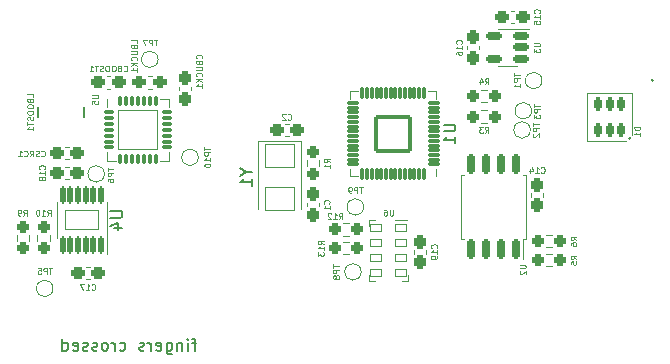
<source format=gbo>
G04 #@! TF.GenerationSoftware,KiCad,Pcbnew,7.0.5-0*
G04 #@! TF.CreationDate,2023-10-09T15:45:39-04:00*
G04 #@! TF.ProjectId,SLAPS_Solar_Harvester,534c4150-535f-4536-9f6c-61725f486172,V1.1*
G04 #@! TF.SameCoordinates,Original*
G04 #@! TF.FileFunction,Legend,Bot*
G04 #@! TF.FilePolarity,Positive*
%FSLAX46Y46*%
G04 Gerber Fmt 4.6, Leading zero omitted, Abs format (unit mm)*
G04 Created by KiCad (PCBNEW 7.0.5-0) date 2023-10-09 15:45:39*
%MOMM*%
%LPD*%
G01*
G04 APERTURE LIST*
G04 Aperture macros list*
%AMRoundRect*
0 Rectangle with rounded corners*
0 $1 Rounding radius*
0 $2 $3 $4 $5 $6 $7 $8 $9 X,Y pos of 4 corners*
0 Add a 4 corners polygon primitive as box body*
4,1,4,$2,$3,$4,$5,$6,$7,$8,$9,$2,$3,0*
0 Add four circle primitives for the rounded corners*
1,1,$1+$1,$2,$3*
1,1,$1+$1,$4,$5*
1,1,$1+$1,$6,$7*
1,1,$1+$1,$8,$9*
0 Add four rect primitives between the rounded corners*
20,1,$1+$1,$2,$3,$4,$5,0*
20,1,$1+$1,$4,$5,$6,$7,0*
20,1,$1+$1,$6,$7,$8,$9,0*
20,1,$1+$1,$8,$9,$2,$3,0*%
%AMFreePoly0*
4,1,39,1.035011,1.991743,1.035046,1.991728,1.061728,1.965046,1.061743,1.965011,1.065850,1.945000,1.065850,1.170000,1.062217,1.151133,1.062203,1.151098,1.051413,1.134505,0.485850,0.554315,0.485850,-0.554315,1.051413,-1.134505,1.062203,-1.151098,1.062217,-1.151133,1.065850,-1.170000,1.065850,-1.945000,1.061743,-1.965011,1.061728,-1.965046,1.035046,-1.991728,1.035011,-1.991743,
1.015000,-1.995850,0.115000,-1.995850,0.095462,-1.991942,0.095426,-1.991927,0.079043,-1.980956,-0.470956,-1.430956,-0.481728,-1.415046,-0.481743,-1.415011,-0.485850,-1.395000,-0.485850,1.395000,-0.481942,1.414538,-0.481927,1.414574,-0.470631,1.431279,0.089369,1.981278,0.104954,1.991728,0.104989,1.991743,0.125000,1.995850,1.015000,1.995850,1.035011,1.991743,1.035011,1.991743,
$1*%
%AMFreePoly1*
4,1,44,-0.108300,1.992306,-0.108075,1.992946,-0.108058,1.992940,-0.106394,1.991901,-0.104368,1.991472,-0.104350,1.991464,-0.104641,1.990808,-0.089369,1.981279,0.470631,1.431278,0.481728,1.415046,0.481743,1.415011,0.485850,1.395000,0.485850,-1.395000,0.481942,-1.414538,0.481927,-1.414574,0.470956,-1.430957,-0.079044,-1.980956,-0.094954,-1.991728,-0.094989,-1.991743,-0.115000,-1.995850,
-1.015000,-1.995850,-1.035011,-1.991743,-1.035046,-1.991728,-1.061728,-1.965046,-1.061743,-1.965011,-1.065850,-1.945000,-1.065850,-1.170000,-1.062217,-1.151133,-1.062203,-1.151098,-1.051413,-1.134505,-0.485850,-0.554315,-0.485850,0.554315,-1.051413,1.134505,-1.062203,1.151098,-1.062217,1.151133,-1.065850,1.170000,-1.065850,1.945000,-1.061743,1.965011,-1.061728,1.965046,-1.035046,1.991728,
-1.035011,1.991743,-1.015000,1.995850,-0.125000,1.995850,-0.108300,1.992306,-0.108300,1.992306,$1*%
G04 Aperture macros list end*
%ADD10C,0.150000*%
%ADD11C,0.125000*%
%ADD12C,0.160000*%
%ADD13C,0.120000*%
%ADD14C,0.127000*%
%ADD15C,0.200000*%
%ADD16C,2.101600*%
%ADD17C,3.101600*%
%ADD18C,0.801600*%
%ADD19C,0.601600*%
%ADD20O,0.901600X1.601600*%
%ADD21C,0.771600*%
%ADD22O,1.001600X2.501600*%
%ADD23O,1.001600X1.801600*%
%ADD24C,0.951600*%
%ADD25RoundRect,0.288300X0.300000X0.237500X-0.300000X0.237500X-0.300000X-0.237500X0.300000X-0.237500X0*%
%ADD26RoundRect,0.150800X0.100000X-0.625000X0.100000X0.625000X-0.100000X0.625000X-0.100000X-0.625000X0*%
%ADD27RoundRect,0.050800X1.425000X-0.825000X1.425000X0.825000X-1.425000X0.825000X-1.425000X-0.825000X0*%
%ADD28RoundRect,0.288300X-0.237500X0.300000X-0.237500X-0.300000X0.237500X-0.300000X0.237500X0.300000X0*%
%ADD29RoundRect,0.050800X-1.200000X1.000000X-1.200000X-1.000000X1.200000X-1.000000X1.200000X1.000000X0*%
%ADD30C,1.101600*%
%ADD31FreePoly0,90.000000*%
%ADD32FreePoly1,90.000000*%
%ADD33RoundRect,0.200800X0.150000X-0.650000X0.150000X0.650000X-0.150000X0.650000X-0.150000X-0.650000X0*%
%ADD34RoundRect,0.288300X0.237500X-0.300000X0.237500X0.300000X-0.237500X0.300000X-0.237500X-0.300000X0*%
%ADD35RoundRect,0.100800X0.050000X-0.387500X0.050000X0.387500X-0.050000X0.387500X-0.050000X-0.387500X0*%
%ADD36RoundRect,0.100800X0.387500X-0.050000X0.387500X0.050000X-0.387500X0.050000X-0.387500X-0.050000X0*%
%ADD37RoundRect,0.194800X1.456000X-1.456000X1.456000X1.456000X-1.456000X1.456000X-1.456000X-1.456000X0*%
%ADD38RoundRect,0.288300X0.250000X0.237500X-0.250000X0.237500X-0.250000X-0.237500X0.250000X-0.237500X0*%
%ADD39RoundRect,0.050800X0.475000X0.275000X-0.475000X0.275000X-0.475000X-0.275000X0.475000X-0.275000X0*%
%ADD40RoundRect,0.200800X0.512500X0.150000X-0.512500X0.150000X-0.512500X-0.150000X0.512500X-0.150000X0*%
%ADD41RoundRect,0.288300X-0.250000X-0.237500X0.250000X-0.237500X0.250000X0.237500X-0.250000X0.237500X0*%
%ADD42RoundRect,0.288300X0.287500X0.237500X-0.287500X0.237500X-0.287500X-0.237500X0.287500X-0.237500X0*%
%ADD43RoundRect,0.288300X0.237500X-0.250000X0.237500X0.250000X-0.237500X0.250000X-0.237500X-0.250000X0*%
%ADD44RoundRect,0.288300X-0.237500X0.250000X-0.237500X-0.250000X0.237500X-0.250000X0.237500X0.250000X0*%
%ADD45RoundRect,0.113300X-0.062500X0.337500X-0.062500X-0.337500X0.062500X-0.337500X0.062500X0.337500X0*%
%ADD46RoundRect,0.113300X-0.337500X0.062500X-0.337500X-0.062500X0.337500X-0.062500X0.337500X0.062500X0*%
%ADD47RoundRect,0.050800X-1.675000X1.675000X-1.675000X-1.675000X1.675000X-1.675000X1.675000X1.675000X0*%
%ADD48C,0.901600*%
%ADD49RoundRect,0.213300X0.162500X-0.367500X0.162500X0.367500X-0.162500X0.367500X-0.162500X-0.367500X0*%
G04 APERTURE END LIST*
D10*
X140438095Y-121388152D02*
X140057143Y-121388152D01*
X140295238Y-122054819D02*
X140295238Y-121197676D01*
X140295238Y-121197676D02*
X140247619Y-121102438D01*
X140247619Y-121102438D02*
X140152381Y-121054819D01*
X140152381Y-121054819D02*
X140057143Y-121054819D01*
X139723809Y-122054819D02*
X139723809Y-121388152D01*
X139723809Y-121054819D02*
X139771428Y-121102438D01*
X139771428Y-121102438D02*
X139723809Y-121150057D01*
X139723809Y-121150057D02*
X139676190Y-121102438D01*
X139676190Y-121102438D02*
X139723809Y-121054819D01*
X139723809Y-121054819D02*
X139723809Y-121150057D01*
X139247619Y-121388152D02*
X139247619Y-122054819D01*
X139247619Y-121483390D02*
X139200000Y-121435771D01*
X139200000Y-121435771D02*
X139104762Y-121388152D01*
X139104762Y-121388152D02*
X138961905Y-121388152D01*
X138961905Y-121388152D02*
X138866667Y-121435771D01*
X138866667Y-121435771D02*
X138819048Y-121531009D01*
X138819048Y-121531009D02*
X138819048Y-122054819D01*
X137914286Y-121388152D02*
X137914286Y-122197676D01*
X137914286Y-122197676D02*
X137961905Y-122292914D01*
X137961905Y-122292914D02*
X138009524Y-122340533D01*
X138009524Y-122340533D02*
X138104762Y-122388152D01*
X138104762Y-122388152D02*
X138247619Y-122388152D01*
X138247619Y-122388152D02*
X138342857Y-122340533D01*
X137914286Y-122007200D02*
X138009524Y-122054819D01*
X138009524Y-122054819D02*
X138200000Y-122054819D01*
X138200000Y-122054819D02*
X138295238Y-122007200D01*
X138295238Y-122007200D02*
X138342857Y-121959580D01*
X138342857Y-121959580D02*
X138390476Y-121864342D01*
X138390476Y-121864342D02*
X138390476Y-121578628D01*
X138390476Y-121578628D02*
X138342857Y-121483390D01*
X138342857Y-121483390D02*
X138295238Y-121435771D01*
X138295238Y-121435771D02*
X138200000Y-121388152D01*
X138200000Y-121388152D02*
X138009524Y-121388152D01*
X138009524Y-121388152D02*
X137914286Y-121435771D01*
X137057143Y-122007200D02*
X137152381Y-122054819D01*
X137152381Y-122054819D02*
X137342857Y-122054819D01*
X137342857Y-122054819D02*
X137438095Y-122007200D01*
X137438095Y-122007200D02*
X137485714Y-121911961D01*
X137485714Y-121911961D02*
X137485714Y-121531009D01*
X137485714Y-121531009D02*
X137438095Y-121435771D01*
X137438095Y-121435771D02*
X137342857Y-121388152D01*
X137342857Y-121388152D02*
X137152381Y-121388152D01*
X137152381Y-121388152D02*
X137057143Y-121435771D01*
X137057143Y-121435771D02*
X137009524Y-121531009D01*
X137009524Y-121531009D02*
X137009524Y-121626247D01*
X137009524Y-121626247D02*
X137485714Y-121721485D01*
X136580952Y-122054819D02*
X136580952Y-121388152D01*
X136580952Y-121578628D02*
X136533333Y-121483390D01*
X136533333Y-121483390D02*
X136485714Y-121435771D01*
X136485714Y-121435771D02*
X136390476Y-121388152D01*
X136390476Y-121388152D02*
X136295238Y-121388152D01*
X136009523Y-122007200D02*
X135914285Y-122054819D01*
X135914285Y-122054819D02*
X135723809Y-122054819D01*
X135723809Y-122054819D02*
X135628571Y-122007200D01*
X135628571Y-122007200D02*
X135580952Y-121911961D01*
X135580952Y-121911961D02*
X135580952Y-121864342D01*
X135580952Y-121864342D02*
X135628571Y-121769104D01*
X135628571Y-121769104D02*
X135723809Y-121721485D01*
X135723809Y-121721485D02*
X135866666Y-121721485D01*
X135866666Y-121721485D02*
X135961904Y-121673866D01*
X135961904Y-121673866D02*
X136009523Y-121578628D01*
X136009523Y-121578628D02*
X136009523Y-121531009D01*
X136009523Y-121531009D02*
X135961904Y-121435771D01*
X135961904Y-121435771D02*
X135866666Y-121388152D01*
X135866666Y-121388152D02*
X135723809Y-121388152D01*
X135723809Y-121388152D02*
X135628571Y-121435771D01*
X133961904Y-122007200D02*
X134057142Y-122054819D01*
X134057142Y-122054819D02*
X134247618Y-122054819D01*
X134247618Y-122054819D02*
X134342856Y-122007200D01*
X134342856Y-122007200D02*
X134390475Y-121959580D01*
X134390475Y-121959580D02*
X134438094Y-121864342D01*
X134438094Y-121864342D02*
X134438094Y-121578628D01*
X134438094Y-121578628D02*
X134390475Y-121483390D01*
X134390475Y-121483390D02*
X134342856Y-121435771D01*
X134342856Y-121435771D02*
X134247618Y-121388152D01*
X134247618Y-121388152D02*
X134057142Y-121388152D01*
X134057142Y-121388152D02*
X133961904Y-121435771D01*
X133533332Y-122054819D02*
X133533332Y-121388152D01*
X133533332Y-121578628D02*
X133485713Y-121483390D01*
X133485713Y-121483390D02*
X133438094Y-121435771D01*
X133438094Y-121435771D02*
X133342856Y-121388152D01*
X133342856Y-121388152D02*
X133247618Y-121388152D01*
X132771427Y-122054819D02*
X132866665Y-122007200D01*
X132866665Y-122007200D02*
X132914284Y-121959580D01*
X132914284Y-121959580D02*
X132961903Y-121864342D01*
X132961903Y-121864342D02*
X132961903Y-121578628D01*
X132961903Y-121578628D02*
X132914284Y-121483390D01*
X132914284Y-121483390D02*
X132866665Y-121435771D01*
X132866665Y-121435771D02*
X132771427Y-121388152D01*
X132771427Y-121388152D02*
X132628570Y-121388152D01*
X132628570Y-121388152D02*
X132533332Y-121435771D01*
X132533332Y-121435771D02*
X132485713Y-121483390D01*
X132485713Y-121483390D02*
X132438094Y-121578628D01*
X132438094Y-121578628D02*
X132438094Y-121864342D01*
X132438094Y-121864342D02*
X132485713Y-121959580D01*
X132485713Y-121959580D02*
X132533332Y-122007200D01*
X132533332Y-122007200D02*
X132628570Y-122054819D01*
X132628570Y-122054819D02*
X132771427Y-122054819D01*
X132057141Y-122007200D02*
X131961903Y-122054819D01*
X131961903Y-122054819D02*
X131771427Y-122054819D01*
X131771427Y-122054819D02*
X131676189Y-122007200D01*
X131676189Y-122007200D02*
X131628570Y-121911961D01*
X131628570Y-121911961D02*
X131628570Y-121864342D01*
X131628570Y-121864342D02*
X131676189Y-121769104D01*
X131676189Y-121769104D02*
X131771427Y-121721485D01*
X131771427Y-121721485D02*
X131914284Y-121721485D01*
X131914284Y-121721485D02*
X132009522Y-121673866D01*
X132009522Y-121673866D02*
X132057141Y-121578628D01*
X132057141Y-121578628D02*
X132057141Y-121531009D01*
X132057141Y-121531009D02*
X132009522Y-121435771D01*
X132009522Y-121435771D02*
X131914284Y-121388152D01*
X131914284Y-121388152D02*
X131771427Y-121388152D01*
X131771427Y-121388152D02*
X131676189Y-121435771D01*
X131247617Y-122007200D02*
X131152379Y-122054819D01*
X131152379Y-122054819D02*
X130961903Y-122054819D01*
X130961903Y-122054819D02*
X130866665Y-122007200D01*
X130866665Y-122007200D02*
X130819046Y-121911961D01*
X130819046Y-121911961D02*
X130819046Y-121864342D01*
X130819046Y-121864342D02*
X130866665Y-121769104D01*
X130866665Y-121769104D02*
X130961903Y-121721485D01*
X130961903Y-121721485D02*
X131104760Y-121721485D01*
X131104760Y-121721485D02*
X131199998Y-121673866D01*
X131199998Y-121673866D02*
X131247617Y-121578628D01*
X131247617Y-121578628D02*
X131247617Y-121531009D01*
X131247617Y-121531009D02*
X131199998Y-121435771D01*
X131199998Y-121435771D02*
X131104760Y-121388152D01*
X131104760Y-121388152D02*
X130961903Y-121388152D01*
X130961903Y-121388152D02*
X130866665Y-121435771D01*
X130009522Y-122007200D02*
X130104760Y-122054819D01*
X130104760Y-122054819D02*
X130295236Y-122054819D01*
X130295236Y-122054819D02*
X130390474Y-122007200D01*
X130390474Y-122007200D02*
X130438093Y-121911961D01*
X130438093Y-121911961D02*
X130438093Y-121531009D01*
X130438093Y-121531009D02*
X130390474Y-121435771D01*
X130390474Y-121435771D02*
X130295236Y-121388152D01*
X130295236Y-121388152D02*
X130104760Y-121388152D01*
X130104760Y-121388152D02*
X130009522Y-121435771D01*
X130009522Y-121435771D02*
X129961903Y-121531009D01*
X129961903Y-121531009D02*
X129961903Y-121626247D01*
X129961903Y-121626247D02*
X130438093Y-121721485D01*
X129104760Y-122054819D02*
X129104760Y-121054819D01*
X129104760Y-122007200D02*
X129199998Y-122054819D01*
X129199998Y-122054819D02*
X129390474Y-122054819D01*
X129390474Y-122054819D02*
X129485712Y-122007200D01*
X129485712Y-122007200D02*
X129533331Y-121959580D01*
X129533331Y-121959580D02*
X129580950Y-121864342D01*
X129580950Y-121864342D02*
X129580950Y-121578628D01*
X129580950Y-121578628D02*
X129533331Y-121483390D01*
X129533331Y-121483390D02*
X129485712Y-121435771D01*
X129485712Y-121435771D02*
X129390474Y-121388152D01*
X129390474Y-121388152D02*
X129199998Y-121388152D01*
X129199998Y-121388152D02*
X129104760Y-121435771D01*
D11*
X168924809Y-102769048D02*
X168924809Y-103054762D01*
X169424809Y-102911905D02*
X168924809Y-102911905D01*
X169424809Y-103221428D02*
X168924809Y-103221428D01*
X168924809Y-103221428D02*
X168924809Y-103411904D01*
X168924809Y-103411904D02*
X168948619Y-103459523D01*
X168948619Y-103459523D02*
X168972428Y-103483333D01*
X168972428Y-103483333D02*
X169020047Y-103507142D01*
X169020047Y-103507142D02*
X169091476Y-103507142D01*
X169091476Y-103507142D02*
X169139095Y-103483333D01*
X169139095Y-103483333D02*
X169162904Y-103459523D01*
X169162904Y-103459523D02*
X169186714Y-103411904D01*
X169186714Y-103411904D02*
X169186714Y-103221428D01*
X168972428Y-103697619D02*
X168948619Y-103721428D01*
X168948619Y-103721428D02*
X168924809Y-103769047D01*
X168924809Y-103769047D02*
X168924809Y-103888095D01*
X168924809Y-103888095D02*
X168948619Y-103935714D01*
X168948619Y-103935714D02*
X168972428Y-103959523D01*
X168972428Y-103959523D02*
X169020047Y-103983333D01*
X169020047Y-103983333D02*
X169067666Y-103983333D01*
X169067666Y-103983333D02*
X169139095Y-103959523D01*
X169139095Y-103959523D02*
X169424809Y-103673809D01*
X169424809Y-103673809D02*
X169424809Y-103983333D01*
X131571428Y-116877190D02*
X131595237Y-116901000D01*
X131595237Y-116901000D02*
X131666666Y-116924809D01*
X131666666Y-116924809D02*
X131714285Y-116924809D01*
X131714285Y-116924809D02*
X131785713Y-116901000D01*
X131785713Y-116901000D02*
X131833332Y-116853380D01*
X131833332Y-116853380D02*
X131857142Y-116805761D01*
X131857142Y-116805761D02*
X131880951Y-116710523D01*
X131880951Y-116710523D02*
X131880951Y-116639095D01*
X131880951Y-116639095D02*
X131857142Y-116543857D01*
X131857142Y-116543857D02*
X131833332Y-116496238D01*
X131833332Y-116496238D02*
X131785713Y-116448619D01*
X131785713Y-116448619D02*
X131714285Y-116424809D01*
X131714285Y-116424809D02*
X131666666Y-116424809D01*
X131666666Y-116424809D02*
X131595237Y-116448619D01*
X131595237Y-116448619D02*
X131571428Y-116472428D01*
X131095237Y-116924809D02*
X131380951Y-116924809D01*
X131238094Y-116924809D02*
X131238094Y-116424809D01*
X131238094Y-116424809D02*
X131285713Y-116496238D01*
X131285713Y-116496238D02*
X131333332Y-116543857D01*
X131333332Y-116543857D02*
X131380951Y-116567666D01*
X130928571Y-116424809D02*
X130595238Y-116424809D01*
X130595238Y-116424809D02*
X130809523Y-116924809D01*
D10*
X133154819Y-110238095D02*
X133964342Y-110238095D01*
X133964342Y-110238095D02*
X134059580Y-110285714D01*
X134059580Y-110285714D02*
X134107200Y-110333333D01*
X134107200Y-110333333D02*
X134154819Y-110428571D01*
X134154819Y-110428571D02*
X134154819Y-110619047D01*
X134154819Y-110619047D02*
X134107200Y-110714285D01*
X134107200Y-110714285D02*
X134059580Y-110761904D01*
X134059580Y-110761904D02*
X133964342Y-110809523D01*
X133964342Y-110809523D02*
X133154819Y-110809523D01*
X133488152Y-111714285D02*
X134154819Y-111714285D01*
X133107200Y-111476190D02*
X133821485Y-111238095D01*
X133821485Y-111238095D02*
X133821485Y-111857142D01*
D11*
X169621428Y-106977190D02*
X169645237Y-107001000D01*
X169645237Y-107001000D02*
X169716666Y-107024809D01*
X169716666Y-107024809D02*
X169764285Y-107024809D01*
X169764285Y-107024809D02*
X169835713Y-107001000D01*
X169835713Y-107001000D02*
X169883332Y-106953380D01*
X169883332Y-106953380D02*
X169907142Y-106905761D01*
X169907142Y-106905761D02*
X169930951Y-106810523D01*
X169930951Y-106810523D02*
X169930951Y-106739095D01*
X169930951Y-106739095D02*
X169907142Y-106643857D01*
X169907142Y-106643857D02*
X169883332Y-106596238D01*
X169883332Y-106596238D02*
X169835713Y-106548619D01*
X169835713Y-106548619D02*
X169764285Y-106524809D01*
X169764285Y-106524809D02*
X169716666Y-106524809D01*
X169716666Y-106524809D02*
X169645237Y-106548619D01*
X169645237Y-106548619D02*
X169621428Y-106572428D01*
X169145237Y-107024809D02*
X169430951Y-107024809D01*
X169288094Y-107024809D02*
X169288094Y-106524809D01*
X169288094Y-106524809D02*
X169335713Y-106596238D01*
X169335713Y-106596238D02*
X169383332Y-106643857D01*
X169383332Y-106643857D02*
X169430951Y-106667666D01*
X168716666Y-106691476D02*
X168716666Y-107024809D01*
X168835714Y-106501000D02*
X168954761Y-106858142D01*
X168954761Y-106858142D02*
X168645238Y-106858142D01*
X169024809Y-101169048D02*
X169024809Y-101454762D01*
X169524809Y-101311905D02*
X169024809Y-101311905D01*
X169524809Y-101621428D02*
X169024809Y-101621428D01*
X169024809Y-101621428D02*
X169024809Y-101811904D01*
X169024809Y-101811904D02*
X169048619Y-101859523D01*
X169048619Y-101859523D02*
X169072428Y-101883333D01*
X169072428Y-101883333D02*
X169120047Y-101907142D01*
X169120047Y-101907142D02*
X169191476Y-101907142D01*
X169191476Y-101907142D02*
X169239095Y-101883333D01*
X169239095Y-101883333D02*
X169262904Y-101859523D01*
X169262904Y-101859523D02*
X169286714Y-101811904D01*
X169286714Y-101811904D02*
X169286714Y-101621428D01*
X169024809Y-102073809D02*
X169024809Y-102383333D01*
X169024809Y-102383333D02*
X169215285Y-102216666D01*
X169215285Y-102216666D02*
X169215285Y-102288095D01*
X169215285Y-102288095D02*
X169239095Y-102335714D01*
X169239095Y-102335714D02*
X169262904Y-102359523D01*
X169262904Y-102359523D02*
X169310523Y-102383333D01*
X169310523Y-102383333D02*
X169429571Y-102383333D01*
X169429571Y-102383333D02*
X169477190Y-102359523D01*
X169477190Y-102359523D02*
X169501000Y-102335714D01*
X169501000Y-102335714D02*
X169524809Y-102288095D01*
X169524809Y-102288095D02*
X169524809Y-102145238D01*
X169524809Y-102145238D02*
X169501000Y-102097619D01*
X169501000Y-102097619D02*
X169477190Y-102073809D01*
D10*
X144678628Y-106923809D02*
X145154819Y-106923809D01*
X144154819Y-106590476D02*
X144678628Y-106923809D01*
X144678628Y-106923809D02*
X144154819Y-107257142D01*
X145154819Y-108114285D02*
X145154819Y-107542857D01*
X145154819Y-107828571D02*
X144154819Y-107828571D01*
X144154819Y-107828571D02*
X144297676Y-107733333D01*
X144297676Y-107733333D02*
X144392914Y-107638095D01*
X144392914Y-107638095D02*
X144440533Y-107542857D01*
D11*
X154530951Y-108224809D02*
X154245237Y-108224809D01*
X154388094Y-108724809D02*
X154388094Y-108224809D01*
X154078571Y-108724809D02*
X154078571Y-108224809D01*
X154078571Y-108224809D02*
X153888095Y-108224809D01*
X153888095Y-108224809D02*
X153840476Y-108248619D01*
X153840476Y-108248619D02*
X153816666Y-108272428D01*
X153816666Y-108272428D02*
X153792857Y-108320047D01*
X153792857Y-108320047D02*
X153792857Y-108391476D01*
X153792857Y-108391476D02*
X153816666Y-108439095D01*
X153816666Y-108439095D02*
X153840476Y-108462904D01*
X153840476Y-108462904D02*
X153888095Y-108486714D01*
X153888095Y-108486714D02*
X154078571Y-108486714D01*
X153554761Y-108724809D02*
X153459523Y-108724809D01*
X153459523Y-108724809D02*
X153411904Y-108701000D01*
X153411904Y-108701000D02*
X153388095Y-108677190D01*
X153388095Y-108677190D02*
X153340476Y-108605761D01*
X153340476Y-108605761D02*
X153316666Y-108510523D01*
X153316666Y-108510523D02*
X153316666Y-108320047D01*
X153316666Y-108320047D02*
X153340476Y-108272428D01*
X153340476Y-108272428D02*
X153364285Y-108248619D01*
X153364285Y-108248619D02*
X153411904Y-108224809D01*
X153411904Y-108224809D02*
X153507142Y-108224809D01*
X153507142Y-108224809D02*
X153554761Y-108248619D01*
X153554761Y-108248619D02*
X153578571Y-108272428D01*
X153578571Y-108272428D02*
X153602380Y-108320047D01*
X153602380Y-108320047D02*
X153602380Y-108439095D01*
X153602380Y-108439095D02*
X153578571Y-108486714D01*
X153578571Y-108486714D02*
X153554761Y-108510523D01*
X153554761Y-108510523D02*
X153507142Y-108534333D01*
X153507142Y-108534333D02*
X153411904Y-108534333D01*
X153411904Y-108534333D02*
X153364285Y-108510523D01*
X153364285Y-108510523D02*
X153340476Y-108486714D01*
X153340476Y-108486714D02*
X153316666Y-108439095D01*
X160777190Y-113378571D02*
X160801000Y-113354762D01*
X160801000Y-113354762D02*
X160824809Y-113283333D01*
X160824809Y-113283333D02*
X160824809Y-113235714D01*
X160824809Y-113235714D02*
X160801000Y-113164286D01*
X160801000Y-113164286D02*
X160753380Y-113116667D01*
X160753380Y-113116667D02*
X160705761Y-113092857D01*
X160705761Y-113092857D02*
X160610523Y-113069048D01*
X160610523Y-113069048D02*
X160539095Y-113069048D01*
X160539095Y-113069048D02*
X160443857Y-113092857D01*
X160443857Y-113092857D02*
X160396238Y-113116667D01*
X160396238Y-113116667D02*
X160348619Y-113164286D01*
X160348619Y-113164286D02*
X160324809Y-113235714D01*
X160324809Y-113235714D02*
X160324809Y-113283333D01*
X160324809Y-113283333D02*
X160348619Y-113354762D01*
X160348619Y-113354762D02*
X160372428Y-113378571D01*
X160824809Y-113854762D02*
X160824809Y-113569048D01*
X160824809Y-113711905D02*
X160324809Y-113711905D01*
X160324809Y-113711905D02*
X160396238Y-113664286D01*
X160396238Y-113664286D02*
X160443857Y-113616667D01*
X160443857Y-113616667D02*
X160467666Y-113569048D01*
X160824809Y-114092857D02*
X160824809Y-114188095D01*
X160824809Y-114188095D02*
X160801000Y-114235714D01*
X160801000Y-114235714D02*
X160777190Y-114259523D01*
X160777190Y-114259523D02*
X160705761Y-114307142D01*
X160705761Y-114307142D02*
X160610523Y-114330952D01*
X160610523Y-114330952D02*
X160420047Y-114330952D01*
X160420047Y-114330952D02*
X160372428Y-114307142D01*
X160372428Y-114307142D02*
X160348619Y-114283333D01*
X160348619Y-114283333D02*
X160324809Y-114235714D01*
X160324809Y-114235714D02*
X160324809Y-114140476D01*
X160324809Y-114140476D02*
X160348619Y-114092857D01*
X160348619Y-114092857D02*
X160372428Y-114069047D01*
X160372428Y-114069047D02*
X160420047Y-114045238D01*
X160420047Y-114045238D02*
X160539095Y-114045238D01*
X160539095Y-114045238D02*
X160586714Y-114069047D01*
X160586714Y-114069047D02*
X160610523Y-114092857D01*
X160610523Y-114092857D02*
X160634333Y-114140476D01*
X160634333Y-114140476D02*
X160634333Y-114235714D01*
X160634333Y-114235714D02*
X160610523Y-114283333D01*
X160610523Y-114283333D02*
X160586714Y-114307142D01*
X160586714Y-114307142D02*
X160539095Y-114330952D01*
X126624809Y-100576785D02*
X126624809Y-100338690D01*
X126624809Y-100338690D02*
X126124809Y-100338690D01*
X126362904Y-100910119D02*
X126386714Y-100981547D01*
X126386714Y-100981547D02*
X126410523Y-101005357D01*
X126410523Y-101005357D02*
X126458142Y-101029166D01*
X126458142Y-101029166D02*
X126529571Y-101029166D01*
X126529571Y-101029166D02*
X126577190Y-101005357D01*
X126577190Y-101005357D02*
X126601000Y-100981547D01*
X126601000Y-100981547D02*
X126624809Y-100933928D01*
X126624809Y-100933928D02*
X126624809Y-100743452D01*
X126624809Y-100743452D02*
X126124809Y-100743452D01*
X126124809Y-100743452D02*
X126124809Y-100910119D01*
X126124809Y-100910119D02*
X126148619Y-100957738D01*
X126148619Y-100957738D02*
X126172428Y-100981547D01*
X126172428Y-100981547D02*
X126220047Y-101005357D01*
X126220047Y-101005357D02*
X126267666Y-101005357D01*
X126267666Y-101005357D02*
X126315285Y-100981547D01*
X126315285Y-100981547D02*
X126339095Y-100957738D01*
X126339095Y-100957738D02*
X126362904Y-100910119D01*
X126362904Y-100910119D02*
X126362904Y-100743452D01*
X126124809Y-101338690D02*
X126124809Y-101433928D01*
X126124809Y-101433928D02*
X126148619Y-101481547D01*
X126148619Y-101481547D02*
X126196238Y-101529166D01*
X126196238Y-101529166D02*
X126291476Y-101552976D01*
X126291476Y-101552976D02*
X126458142Y-101552976D01*
X126458142Y-101552976D02*
X126553380Y-101529166D01*
X126553380Y-101529166D02*
X126601000Y-101481547D01*
X126601000Y-101481547D02*
X126624809Y-101433928D01*
X126624809Y-101433928D02*
X126624809Y-101338690D01*
X126624809Y-101338690D02*
X126601000Y-101291071D01*
X126601000Y-101291071D02*
X126553380Y-101243452D01*
X126553380Y-101243452D02*
X126458142Y-101219643D01*
X126458142Y-101219643D02*
X126291476Y-101219643D01*
X126291476Y-101219643D02*
X126196238Y-101243452D01*
X126196238Y-101243452D02*
X126148619Y-101291071D01*
X126148619Y-101291071D02*
X126124809Y-101338690D01*
X126124809Y-101862500D02*
X126124809Y-101957738D01*
X126124809Y-101957738D02*
X126148619Y-102005357D01*
X126148619Y-102005357D02*
X126196238Y-102052976D01*
X126196238Y-102052976D02*
X126291476Y-102076786D01*
X126291476Y-102076786D02*
X126458142Y-102076786D01*
X126458142Y-102076786D02*
X126553380Y-102052976D01*
X126553380Y-102052976D02*
X126601000Y-102005357D01*
X126601000Y-102005357D02*
X126624809Y-101957738D01*
X126624809Y-101957738D02*
X126624809Y-101862500D01*
X126624809Y-101862500D02*
X126601000Y-101814881D01*
X126601000Y-101814881D02*
X126553380Y-101767262D01*
X126553380Y-101767262D02*
X126458142Y-101743453D01*
X126458142Y-101743453D02*
X126291476Y-101743453D01*
X126291476Y-101743453D02*
X126196238Y-101767262D01*
X126196238Y-101767262D02*
X126148619Y-101814881D01*
X126148619Y-101814881D02*
X126124809Y-101862500D01*
X126601000Y-102267263D02*
X126624809Y-102338691D01*
X126624809Y-102338691D02*
X126624809Y-102457739D01*
X126624809Y-102457739D02*
X126601000Y-102505358D01*
X126601000Y-102505358D02*
X126577190Y-102529167D01*
X126577190Y-102529167D02*
X126529571Y-102552977D01*
X126529571Y-102552977D02*
X126481952Y-102552977D01*
X126481952Y-102552977D02*
X126434333Y-102529167D01*
X126434333Y-102529167D02*
X126410523Y-102505358D01*
X126410523Y-102505358D02*
X126386714Y-102457739D01*
X126386714Y-102457739D02*
X126362904Y-102362501D01*
X126362904Y-102362501D02*
X126339095Y-102314882D01*
X126339095Y-102314882D02*
X126315285Y-102291072D01*
X126315285Y-102291072D02*
X126267666Y-102267263D01*
X126267666Y-102267263D02*
X126220047Y-102267263D01*
X126220047Y-102267263D02*
X126172428Y-102291072D01*
X126172428Y-102291072D02*
X126148619Y-102314882D01*
X126148619Y-102314882D02*
X126124809Y-102362501D01*
X126124809Y-102362501D02*
X126124809Y-102481548D01*
X126124809Y-102481548D02*
X126148619Y-102552977D01*
X126124809Y-102695834D02*
X126124809Y-102981548D01*
X126624809Y-102838691D02*
X126124809Y-102838691D01*
X126624809Y-103410119D02*
X126624809Y-103124405D01*
X126624809Y-103267262D02*
X126124809Y-103267262D01*
X126124809Y-103267262D02*
X126196238Y-103219643D01*
X126196238Y-103219643D02*
X126243857Y-103172024D01*
X126243857Y-103172024D02*
X126267666Y-103124405D01*
X162877190Y-96078571D02*
X162901000Y-96054762D01*
X162901000Y-96054762D02*
X162924809Y-95983333D01*
X162924809Y-95983333D02*
X162924809Y-95935714D01*
X162924809Y-95935714D02*
X162901000Y-95864286D01*
X162901000Y-95864286D02*
X162853380Y-95816667D01*
X162853380Y-95816667D02*
X162805761Y-95792857D01*
X162805761Y-95792857D02*
X162710523Y-95769048D01*
X162710523Y-95769048D02*
X162639095Y-95769048D01*
X162639095Y-95769048D02*
X162543857Y-95792857D01*
X162543857Y-95792857D02*
X162496238Y-95816667D01*
X162496238Y-95816667D02*
X162448619Y-95864286D01*
X162448619Y-95864286D02*
X162424809Y-95935714D01*
X162424809Y-95935714D02*
X162424809Y-95983333D01*
X162424809Y-95983333D02*
X162448619Y-96054762D01*
X162448619Y-96054762D02*
X162472428Y-96078571D01*
X162924809Y-96554762D02*
X162924809Y-96269048D01*
X162924809Y-96411905D02*
X162424809Y-96411905D01*
X162424809Y-96411905D02*
X162496238Y-96364286D01*
X162496238Y-96364286D02*
X162543857Y-96316667D01*
X162543857Y-96316667D02*
X162567666Y-96269048D01*
X162424809Y-96983333D02*
X162424809Y-96888095D01*
X162424809Y-96888095D02*
X162448619Y-96840476D01*
X162448619Y-96840476D02*
X162472428Y-96816666D01*
X162472428Y-96816666D02*
X162543857Y-96769047D01*
X162543857Y-96769047D02*
X162639095Y-96745238D01*
X162639095Y-96745238D02*
X162829571Y-96745238D01*
X162829571Y-96745238D02*
X162877190Y-96769047D01*
X162877190Y-96769047D02*
X162901000Y-96792857D01*
X162901000Y-96792857D02*
X162924809Y-96840476D01*
X162924809Y-96840476D02*
X162924809Y-96935714D01*
X162924809Y-96935714D02*
X162901000Y-96983333D01*
X162901000Y-96983333D02*
X162877190Y-97007142D01*
X162877190Y-97007142D02*
X162829571Y-97030952D01*
X162829571Y-97030952D02*
X162710523Y-97030952D01*
X162710523Y-97030952D02*
X162662904Y-97007142D01*
X162662904Y-97007142D02*
X162639095Y-96983333D01*
X162639095Y-96983333D02*
X162615285Y-96935714D01*
X162615285Y-96935714D02*
X162615285Y-96840476D01*
X162615285Y-96840476D02*
X162639095Y-96792857D01*
X162639095Y-96792857D02*
X162662904Y-96769047D01*
X162662904Y-96769047D02*
X162710523Y-96745238D01*
X127577190Y-106678571D02*
X127601000Y-106654762D01*
X127601000Y-106654762D02*
X127624809Y-106583333D01*
X127624809Y-106583333D02*
X127624809Y-106535714D01*
X127624809Y-106535714D02*
X127601000Y-106464286D01*
X127601000Y-106464286D02*
X127553380Y-106416667D01*
X127553380Y-106416667D02*
X127505761Y-106392857D01*
X127505761Y-106392857D02*
X127410523Y-106369048D01*
X127410523Y-106369048D02*
X127339095Y-106369048D01*
X127339095Y-106369048D02*
X127243857Y-106392857D01*
X127243857Y-106392857D02*
X127196238Y-106416667D01*
X127196238Y-106416667D02*
X127148619Y-106464286D01*
X127148619Y-106464286D02*
X127124809Y-106535714D01*
X127124809Y-106535714D02*
X127124809Y-106583333D01*
X127124809Y-106583333D02*
X127148619Y-106654762D01*
X127148619Y-106654762D02*
X127172428Y-106678571D01*
X127624809Y-107154762D02*
X127624809Y-106869048D01*
X127624809Y-107011905D02*
X127124809Y-107011905D01*
X127124809Y-107011905D02*
X127196238Y-106964286D01*
X127196238Y-106964286D02*
X127243857Y-106916667D01*
X127243857Y-106916667D02*
X127267666Y-106869048D01*
X127339095Y-107440476D02*
X127315285Y-107392857D01*
X127315285Y-107392857D02*
X127291476Y-107369047D01*
X127291476Y-107369047D02*
X127243857Y-107345238D01*
X127243857Y-107345238D02*
X127220047Y-107345238D01*
X127220047Y-107345238D02*
X127172428Y-107369047D01*
X127172428Y-107369047D02*
X127148619Y-107392857D01*
X127148619Y-107392857D02*
X127124809Y-107440476D01*
X127124809Y-107440476D02*
X127124809Y-107535714D01*
X127124809Y-107535714D02*
X127148619Y-107583333D01*
X127148619Y-107583333D02*
X127172428Y-107607142D01*
X127172428Y-107607142D02*
X127220047Y-107630952D01*
X127220047Y-107630952D02*
X127243857Y-107630952D01*
X127243857Y-107630952D02*
X127291476Y-107607142D01*
X127291476Y-107607142D02*
X127315285Y-107583333D01*
X127315285Y-107583333D02*
X127339095Y-107535714D01*
X127339095Y-107535714D02*
X127339095Y-107440476D01*
X127339095Y-107440476D02*
X127362904Y-107392857D01*
X127362904Y-107392857D02*
X127386714Y-107369047D01*
X127386714Y-107369047D02*
X127434333Y-107345238D01*
X127434333Y-107345238D02*
X127529571Y-107345238D01*
X127529571Y-107345238D02*
X127577190Y-107369047D01*
X127577190Y-107369047D02*
X127601000Y-107392857D01*
X127601000Y-107392857D02*
X127624809Y-107440476D01*
X127624809Y-107440476D02*
X127624809Y-107535714D01*
X127624809Y-107535714D02*
X127601000Y-107583333D01*
X127601000Y-107583333D02*
X127577190Y-107607142D01*
X127577190Y-107607142D02*
X127529571Y-107630952D01*
X127529571Y-107630952D02*
X127434333Y-107630952D01*
X127434333Y-107630952D02*
X127386714Y-107607142D01*
X127386714Y-107607142D02*
X127362904Y-107583333D01*
X127362904Y-107583333D02*
X127339095Y-107535714D01*
X152024809Y-114769048D02*
X152024809Y-115054762D01*
X152524809Y-114911905D02*
X152024809Y-114911905D01*
X152524809Y-115221428D02*
X152024809Y-115221428D01*
X152024809Y-115221428D02*
X152024809Y-115411904D01*
X152024809Y-115411904D02*
X152048619Y-115459523D01*
X152048619Y-115459523D02*
X152072428Y-115483333D01*
X152072428Y-115483333D02*
X152120047Y-115507142D01*
X152120047Y-115507142D02*
X152191476Y-115507142D01*
X152191476Y-115507142D02*
X152239095Y-115483333D01*
X152239095Y-115483333D02*
X152262904Y-115459523D01*
X152262904Y-115459523D02*
X152286714Y-115411904D01*
X152286714Y-115411904D02*
X152286714Y-115221428D01*
X152239095Y-115792857D02*
X152215285Y-115745238D01*
X152215285Y-115745238D02*
X152191476Y-115721428D01*
X152191476Y-115721428D02*
X152143857Y-115697619D01*
X152143857Y-115697619D02*
X152120047Y-115697619D01*
X152120047Y-115697619D02*
X152072428Y-115721428D01*
X152072428Y-115721428D02*
X152048619Y-115745238D01*
X152048619Y-115745238D02*
X152024809Y-115792857D01*
X152024809Y-115792857D02*
X152024809Y-115888095D01*
X152024809Y-115888095D02*
X152048619Y-115935714D01*
X152048619Y-115935714D02*
X152072428Y-115959523D01*
X152072428Y-115959523D02*
X152120047Y-115983333D01*
X152120047Y-115983333D02*
X152143857Y-115983333D01*
X152143857Y-115983333D02*
X152191476Y-115959523D01*
X152191476Y-115959523D02*
X152215285Y-115935714D01*
X152215285Y-115935714D02*
X152239095Y-115888095D01*
X152239095Y-115888095D02*
X152239095Y-115792857D01*
X152239095Y-115792857D02*
X152262904Y-115745238D01*
X152262904Y-115745238D02*
X152286714Y-115721428D01*
X152286714Y-115721428D02*
X152334333Y-115697619D01*
X152334333Y-115697619D02*
X152429571Y-115697619D01*
X152429571Y-115697619D02*
X152477190Y-115721428D01*
X152477190Y-115721428D02*
X152501000Y-115745238D01*
X152501000Y-115745238D02*
X152524809Y-115792857D01*
X152524809Y-115792857D02*
X152524809Y-115888095D01*
X152524809Y-115888095D02*
X152501000Y-115935714D01*
X152501000Y-115935714D02*
X152477190Y-115959523D01*
X152477190Y-115959523D02*
X152429571Y-115983333D01*
X152429571Y-115983333D02*
X152334333Y-115983333D01*
X152334333Y-115983333D02*
X152286714Y-115959523D01*
X152286714Y-115959523D02*
X152262904Y-115935714D01*
X152262904Y-115935714D02*
X152239095Y-115888095D01*
X127321428Y-105577190D02*
X127345237Y-105601000D01*
X127345237Y-105601000D02*
X127416666Y-105624809D01*
X127416666Y-105624809D02*
X127464285Y-105624809D01*
X127464285Y-105624809D02*
X127535713Y-105601000D01*
X127535713Y-105601000D02*
X127583332Y-105553380D01*
X127583332Y-105553380D02*
X127607142Y-105505761D01*
X127607142Y-105505761D02*
X127630951Y-105410523D01*
X127630951Y-105410523D02*
X127630951Y-105339095D01*
X127630951Y-105339095D02*
X127607142Y-105243857D01*
X127607142Y-105243857D02*
X127583332Y-105196238D01*
X127583332Y-105196238D02*
X127535713Y-105148619D01*
X127535713Y-105148619D02*
X127464285Y-105124809D01*
X127464285Y-105124809D02*
X127416666Y-105124809D01*
X127416666Y-105124809D02*
X127345237Y-105148619D01*
X127345237Y-105148619D02*
X127321428Y-105172428D01*
X127130951Y-105601000D02*
X127059523Y-105624809D01*
X127059523Y-105624809D02*
X126940475Y-105624809D01*
X126940475Y-105624809D02*
X126892856Y-105601000D01*
X126892856Y-105601000D02*
X126869047Y-105577190D01*
X126869047Y-105577190D02*
X126845237Y-105529571D01*
X126845237Y-105529571D02*
X126845237Y-105481952D01*
X126845237Y-105481952D02*
X126869047Y-105434333D01*
X126869047Y-105434333D02*
X126892856Y-105410523D01*
X126892856Y-105410523D02*
X126940475Y-105386714D01*
X126940475Y-105386714D02*
X127035713Y-105362904D01*
X127035713Y-105362904D02*
X127083332Y-105339095D01*
X127083332Y-105339095D02*
X127107142Y-105315285D01*
X127107142Y-105315285D02*
X127130951Y-105267666D01*
X127130951Y-105267666D02*
X127130951Y-105220047D01*
X127130951Y-105220047D02*
X127107142Y-105172428D01*
X127107142Y-105172428D02*
X127083332Y-105148619D01*
X127083332Y-105148619D02*
X127035713Y-105124809D01*
X127035713Y-105124809D02*
X126916666Y-105124809D01*
X126916666Y-105124809D02*
X126845237Y-105148619D01*
X126345238Y-105624809D02*
X126511904Y-105386714D01*
X126630952Y-105624809D02*
X126630952Y-105124809D01*
X126630952Y-105124809D02*
X126440476Y-105124809D01*
X126440476Y-105124809D02*
X126392857Y-105148619D01*
X126392857Y-105148619D02*
X126369047Y-105172428D01*
X126369047Y-105172428D02*
X126345238Y-105220047D01*
X126345238Y-105220047D02*
X126345238Y-105291476D01*
X126345238Y-105291476D02*
X126369047Y-105339095D01*
X126369047Y-105339095D02*
X126392857Y-105362904D01*
X126392857Y-105362904D02*
X126440476Y-105386714D01*
X126440476Y-105386714D02*
X126630952Y-105386714D01*
X125845238Y-105577190D02*
X125869047Y-105601000D01*
X125869047Y-105601000D02*
X125940476Y-105624809D01*
X125940476Y-105624809D02*
X125988095Y-105624809D01*
X125988095Y-105624809D02*
X126059523Y-105601000D01*
X126059523Y-105601000D02*
X126107142Y-105553380D01*
X126107142Y-105553380D02*
X126130952Y-105505761D01*
X126130952Y-105505761D02*
X126154761Y-105410523D01*
X126154761Y-105410523D02*
X126154761Y-105339095D01*
X126154761Y-105339095D02*
X126130952Y-105243857D01*
X126130952Y-105243857D02*
X126107142Y-105196238D01*
X126107142Y-105196238D02*
X126059523Y-105148619D01*
X126059523Y-105148619D02*
X125988095Y-105124809D01*
X125988095Y-105124809D02*
X125940476Y-105124809D01*
X125940476Y-105124809D02*
X125869047Y-105148619D01*
X125869047Y-105148619D02*
X125845238Y-105172428D01*
X125369047Y-105624809D02*
X125654761Y-105624809D01*
X125511904Y-105624809D02*
X125511904Y-105124809D01*
X125511904Y-105124809D02*
X125559523Y-105196238D01*
X125559523Y-105196238D02*
X125607142Y-105243857D01*
X125607142Y-105243857D02*
X125654761Y-105267666D01*
X167824809Y-114819047D02*
X168229571Y-114819047D01*
X168229571Y-114819047D02*
X168277190Y-114842857D01*
X168277190Y-114842857D02*
X168301000Y-114866666D01*
X168301000Y-114866666D02*
X168324809Y-114914285D01*
X168324809Y-114914285D02*
X168324809Y-115009523D01*
X168324809Y-115009523D02*
X168301000Y-115057142D01*
X168301000Y-115057142D02*
X168277190Y-115080952D01*
X168277190Y-115080952D02*
X168229571Y-115104761D01*
X168229571Y-115104761D02*
X167824809Y-115104761D01*
X167872428Y-115319048D02*
X167848619Y-115342857D01*
X167848619Y-115342857D02*
X167824809Y-115390476D01*
X167824809Y-115390476D02*
X167824809Y-115509524D01*
X167824809Y-115509524D02*
X167848619Y-115557143D01*
X167848619Y-115557143D02*
X167872428Y-115580952D01*
X167872428Y-115580952D02*
X167920047Y-115604762D01*
X167920047Y-115604762D02*
X167967666Y-115604762D01*
X167967666Y-115604762D02*
X168039095Y-115580952D01*
X168039095Y-115580952D02*
X168324809Y-115295238D01*
X168324809Y-115295238D02*
X168324809Y-115604762D01*
X151677190Y-109616666D02*
X151701000Y-109592857D01*
X151701000Y-109592857D02*
X151724809Y-109521428D01*
X151724809Y-109521428D02*
X151724809Y-109473809D01*
X151724809Y-109473809D02*
X151701000Y-109402381D01*
X151701000Y-109402381D02*
X151653380Y-109354762D01*
X151653380Y-109354762D02*
X151605761Y-109330952D01*
X151605761Y-109330952D02*
X151510523Y-109307143D01*
X151510523Y-109307143D02*
X151439095Y-109307143D01*
X151439095Y-109307143D02*
X151343857Y-109330952D01*
X151343857Y-109330952D02*
X151296238Y-109354762D01*
X151296238Y-109354762D02*
X151248619Y-109402381D01*
X151248619Y-109402381D02*
X151224809Y-109473809D01*
X151224809Y-109473809D02*
X151224809Y-109521428D01*
X151224809Y-109521428D02*
X151248619Y-109592857D01*
X151248619Y-109592857D02*
X151272428Y-109616666D01*
X151724809Y-110092857D02*
X151724809Y-109807143D01*
X151724809Y-109950000D02*
X151224809Y-109950000D01*
X151224809Y-109950000D02*
X151296238Y-109902381D01*
X151296238Y-109902381D02*
X151343857Y-109854762D01*
X151343857Y-109854762D02*
X151367666Y-109807143D01*
D10*
X161374819Y-102938095D02*
X162184342Y-102938095D01*
X162184342Y-102938095D02*
X162279580Y-102985714D01*
X162279580Y-102985714D02*
X162327200Y-103033333D01*
X162327200Y-103033333D02*
X162374819Y-103128571D01*
X162374819Y-103128571D02*
X162374819Y-103319047D01*
X162374819Y-103319047D02*
X162327200Y-103414285D01*
X162327200Y-103414285D02*
X162279580Y-103461904D01*
X162279580Y-103461904D02*
X162184342Y-103509523D01*
X162184342Y-103509523D02*
X161374819Y-103509523D01*
X162374819Y-104509523D02*
X162374819Y-103938095D01*
X162374819Y-104223809D02*
X161374819Y-104223809D01*
X161374819Y-104223809D02*
X161517676Y-104128571D01*
X161517676Y-104128571D02*
X161612914Y-104033333D01*
X161612914Y-104033333D02*
X161660533Y-103938095D01*
D11*
X128230951Y-115076809D02*
X127945237Y-115076809D01*
X128088094Y-115576809D02*
X128088094Y-115076809D01*
X127778571Y-115576809D02*
X127778571Y-115076809D01*
X127778571Y-115076809D02*
X127588095Y-115076809D01*
X127588095Y-115076809D02*
X127540476Y-115100619D01*
X127540476Y-115100619D02*
X127516666Y-115124428D01*
X127516666Y-115124428D02*
X127492857Y-115172047D01*
X127492857Y-115172047D02*
X127492857Y-115243476D01*
X127492857Y-115243476D02*
X127516666Y-115291095D01*
X127516666Y-115291095D02*
X127540476Y-115314904D01*
X127540476Y-115314904D02*
X127588095Y-115338714D01*
X127588095Y-115338714D02*
X127778571Y-115338714D01*
X127040476Y-115076809D02*
X127278571Y-115076809D01*
X127278571Y-115076809D02*
X127302380Y-115314904D01*
X127302380Y-115314904D02*
X127278571Y-115291095D01*
X127278571Y-115291095D02*
X127230952Y-115267285D01*
X127230952Y-115267285D02*
X127111904Y-115267285D01*
X127111904Y-115267285D02*
X127064285Y-115291095D01*
X127064285Y-115291095D02*
X127040476Y-115314904D01*
X127040476Y-115314904D02*
X127016666Y-115362523D01*
X127016666Y-115362523D02*
X127016666Y-115481571D01*
X127016666Y-115481571D02*
X127040476Y-115529190D01*
X127040476Y-115529190D02*
X127064285Y-115553000D01*
X127064285Y-115553000D02*
X127111904Y-115576809D01*
X127111904Y-115576809D02*
X127230952Y-115576809D01*
X127230952Y-115576809D02*
X127278571Y-115553000D01*
X127278571Y-115553000D02*
X127302380Y-115529190D01*
X172624809Y-112716666D02*
X172386714Y-112550000D01*
X172624809Y-112430952D02*
X172124809Y-112430952D01*
X172124809Y-112430952D02*
X172124809Y-112621428D01*
X172124809Y-112621428D02*
X172148619Y-112669047D01*
X172148619Y-112669047D02*
X172172428Y-112692857D01*
X172172428Y-112692857D02*
X172220047Y-112716666D01*
X172220047Y-112716666D02*
X172291476Y-112716666D01*
X172291476Y-112716666D02*
X172339095Y-112692857D01*
X172339095Y-112692857D02*
X172362904Y-112669047D01*
X172362904Y-112669047D02*
X172386714Y-112621428D01*
X172386714Y-112621428D02*
X172386714Y-112430952D01*
X172124809Y-113145238D02*
X172124809Y-113050000D01*
X172124809Y-113050000D02*
X172148619Y-113002381D01*
X172148619Y-113002381D02*
X172172428Y-112978571D01*
X172172428Y-112978571D02*
X172243857Y-112930952D01*
X172243857Y-112930952D02*
X172339095Y-112907143D01*
X172339095Y-112907143D02*
X172529571Y-112907143D01*
X172529571Y-112907143D02*
X172577190Y-112930952D01*
X172577190Y-112930952D02*
X172601000Y-112954762D01*
X172601000Y-112954762D02*
X172624809Y-113002381D01*
X172624809Y-113002381D02*
X172624809Y-113097619D01*
X172624809Y-113097619D02*
X172601000Y-113145238D01*
X172601000Y-113145238D02*
X172577190Y-113169047D01*
X172577190Y-113169047D02*
X172529571Y-113192857D01*
X172529571Y-113192857D02*
X172410523Y-113192857D01*
X172410523Y-113192857D02*
X172362904Y-113169047D01*
X172362904Y-113169047D02*
X172339095Y-113145238D01*
X172339095Y-113145238D02*
X172315285Y-113097619D01*
X172315285Y-113097619D02*
X172315285Y-113002381D01*
X172315285Y-113002381D02*
X172339095Y-112954762D01*
X172339095Y-112954762D02*
X172362904Y-112930952D01*
X172362904Y-112930952D02*
X172410523Y-112907143D01*
X157080952Y-110124809D02*
X157080952Y-110529571D01*
X157080952Y-110529571D02*
X157057142Y-110577190D01*
X157057142Y-110577190D02*
X157033333Y-110601000D01*
X157033333Y-110601000D02*
X156985714Y-110624809D01*
X156985714Y-110624809D02*
X156890476Y-110624809D01*
X156890476Y-110624809D02*
X156842857Y-110601000D01*
X156842857Y-110601000D02*
X156819047Y-110577190D01*
X156819047Y-110577190D02*
X156795238Y-110529571D01*
X156795238Y-110529571D02*
X156795238Y-110124809D01*
X156342856Y-110124809D02*
X156438094Y-110124809D01*
X156438094Y-110124809D02*
X156485713Y-110148619D01*
X156485713Y-110148619D02*
X156509523Y-110172428D01*
X156509523Y-110172428D02*
X156557142Y-110243857D01*
X156557142Y-110243857D02*
X156580951Y-110339095D01*
X156580951Y-110339095D02*
X156580951Y-110529571D01*
X156580951Y-110529571D02*
X156557142Y-110577190D01*
X156557142Y-110577190D02*
X156533332Y-110601000D01*
X156533332Y-110601000D02*
X156485713Y-110624809D01*
X156485713Y-110624809D02*
X156390475Y-110624809D01*
X156390475Y-110624809D02*
X156342856Y-110601000D01*
X156342856Y-110601000D02*
X156319047Y-110577190D01*
X156319047Y-110577190D02*
X156295237Y-110529571D01*
X156295237Y-110529571D02*
X156295237Y-110410523D01*
X156295237Y-110410523D02*
X156319047Y-110362904D01*
X156319047Y-110362904D02*
X156342856Y-110339095D01*
X156342856Y-110339095D02*
X156390475Y-110315285D01*
X156390475Y-110315285D02*
X156485713Y-110315285D01*
X156485713Y-110315285D02*
X156533332Y-110339095D01*
X156533332Y-110339095D02*
X156557142Y-110362904D01*
X156557142Y-110362904D02*
X156580951Y-110410523D01*
X141124809Y-104830953D02*
X141124809Y-105116667D01*
X141624809Y-104973810D02*
X141124809Y-104973810D01*
X141624809Y-105283333D02*
X141124809Y-105283333D01*
X141124809Y-105283333D02*
X141124809Y-105473809D01*
X141124809Y-105473809D02*
X141148619Y-105521428D01*
X141148619Y-105521428D02*
X141172428Y-105545238D01*
X141172428Y-105545238D02*
X141220047Y-105569047D01*
X141220047Y-105569047D02*
X141291476Y-105569047D01*
X141291476Y-105569047D02*
X141339095Y-105545238D01*
X141339095Y-105545238D02*
X141362904Y-105521428D01*
X141362904Y-105521428D02*
X141386714Y-105473809D01*
X141386714Y-105473809D02*
X141386714Y-105283333D01*
X141624809Y-106045238D02*
X141624809Y-105759524D01*
X141624809Y-105902381D02*
X141124809Y-105902381D01*
X141124809Y-105902381D02*
X141196238Y-105854762D01*
X141196238Y-105854762D02*
X141243857Y-105807143D01*
X141243857Y-105807143D02*
X141267666Y-105759524D01*
X141124809Y-106354761D02*
X141124809Y-106402380D01*
X141124809Y-106402380D02*
X141148619Y-106449999D01*
X141148619Y-106449999D02*
X141172428Y-106473809D01*
X141172428Y-106473809D02*
X141220047Y-106497618D01*
X141220047Y-106497618D02*
X141315285Y-106521428D01*
X141315285Y-106521428D02*
X141434333Y-106521428D01*
X141434333Y-106521428D02*
X141529571Y-106497618D01*
X141529571Y-106497618D02*
X141577190Y-106473809D01*
X141577190Y-106473809D02*
X141601000Y-106449999D01*
X141601000Y-106449999D02*
X141624809Y-106402380D01*
X141624809Y-106402380D02*
X141624809Y-106354761D01*
X141624809Y-106354761D02*
X141601000Y-106307142D01*
X141601000Y-106307142D02*
X141577190Y-106283333D01*
X141577190Y-106283333D02*
X141529571Y-106259523D01*
X141529571Y-106259523D02*
X141434333Y-106235714D01*
X141434333Y-106235714D02*
X141315285Y-106235714D01*
X141315285Y-106235714D02*
X141220047Y-106259523D01*
X141220047Y-106259523D02*
X141172428Y-106283333D01*
X141172428Y-106283333D02*
X141148619Y-106307142D01*
X141148619Y-106307142D02*
X141124809Y-106354761D01*
X169024809Y-96019047D02*
X169429571Y-96019047D01*
X169429571Y-96019047D02*
X169477190Y-96042857D01*
X169477190Y-96042857D02*
X169501000Y-96066666D01*
X169501000Y-96066666D02*
X169524809Y-96114285D01*
X169524809Y-96114285D02*
X169524809Y-96209523D01*
X169524809Y-96209523D02*
X169501000Y-96257142D01*
X169501000Y-96257142D02*
X169477190Y-96280952D01*
X169477190Y-96280952D02*
X169429571Y-96304761D01*
X169429571Y-96304761D02*
X169024809Y-96304761D01*
X169024809Y-96495238D02*
X169024809Y-96804762D01*
X169024809Y-96804762D02*
X169215285Y-96638095D01*
X169215285Y-96638095D02*
X169215285Y-96709524D01*
X169215285Y-96709524D02*
X169239095Y-96757143D01*
X169239095Y-96757143D02*
X169262904Y-96780952D01*
X169262904Y-96780952D02*
X169310523Y-96804762D01*
X169310523Y-96804762D02*
X169429571Y-96804762D01*
X169429571Y-96804762D02*
X169477190Y-96780952D01*
X169477190Y-96780952D02*
X169501000Y-96757143D01*
X169501000Y-96757143D02*
X169524809Y-96709524D01*
X169524809Y-96709524D02*
X169524809Y-96566667D01*
X169524809Y-96566667D02*
X169501000Y-96519048D01*
X169501000Y-96519048D02*
X169477190Y-96495238D01*
X172624809Y-114316666D02*
X172386714Y-114150000D01*
X172624809Y-114030952D02*
X172124809Y-114030952D01*
X172124809Y-114030952D02*
X172124809Y-114221428D01*
X172124809Y-114221428D02*
X172148619Y-114269047D01*
X172148619Y-114269047D02*
X172172428Y-114292857D01*
X172172428Y-114292857D02*
X172220047Y-114316666D01*
X172220047Y-114316666D02*
X172291476Y-114316666D01*
X172291476Y-114316666D02*
X172339095Y-114292857D01*
X172339095Y-114292857D02*
X172362904Y-114269047D01*
X172362904Y-114269047D02*
X172386714Y-114221428D01*
X172386714Y-114221428D02*
X172386714Y-114030952D01*
X172124809Y-114769047D02*
X172124809Y-114530952D01*
X172124809Y-114530952D02*
X172362904Y-114507143D01*
X172362904Y-114507143D02*
X172339095Y-114530952D01*
X172339095Y-114530952D02*
X172315285Y-114578571D01*
X172315285Y-114578571D02*
X172315285Y-114697619D01*
X172315285Y-114697619D02*
X172339095Y-114745238D01*
X172339095Y-114745238D02*
X172362904Y-114769047D01*
X172362904Y-114769047D02*
X172410523Y-114792857D01*
X172410523Y-114792857D02*
X172529571Y-114792857D01*
X172529571Y-114792857D02*
X172577190Y-114769047D01*
X172577190Y-114769047D02*
X172601000Y-114745238D01*
X172601000Y-114745238D02*
X172624809Y-114697619D01*
X172624809Y-114697619D02*
X172624809Y-114578571D01*
X172624809Y-114578571D02*
X172601000Y-114530952D01*
X172601000Y-114530952D02*
X172577190Y-114507143D01*
X152521428Y-110924809D02*
X152688094Y-110686714D01*
X152807142Y-110924809D02*
X152807142Y-110424809D01*
X152807142Y-110424809D02*
X152616666Y-110424809D01*
X152616666Y-110424809D02*
X152569047Y-110448619D01*
X152569047Y-110448619D02*
X152545237Y-110472428D01*
X152545237Y-110472428D02*
X152521428Y-110520047D01*
X152521428Y-110520047D02*
X152521428Y-110591476D01*
X152521428Y-110591476D02*
X152545237Y-110639095D01*
X152545237Y-110639095D02*
X152569047Y-110662904D01*
X152569047Y-110662904D02*
X152616666Y-110686714D01*
X152616666Y-110686714D02*
X152807142Y-110686714D01*
X152045237Y-110924809D02*
X152330951Y-110924809D01*
X152188094Y-110924809D02*
X152188094Y-110424809D01*
X152188094Y-110424809D02*
X152235713Y-110496238D01*
X152235713Y-110496238D02*
X152283332Y-110543857D01*
X152283332Y-110543857D02*
X152330951Y-110567666D01*
X151854761Y-110472428D02*
X151830952Y-110448619D01*
X151830952Y-110448619D02*
X151783333Y-110424809D01*
X151783333Y-110424809D02*
X151664285Y-110424809D01*
X151664285Y-110424809D02*
X151616666Y-110448619D01*
X151616666Y-110448619D02*
X151592857Y-110472428D01*
X151592857Y-110472428D02*
X151569047Y-110520047D01*
X151569047Y-110520047D02*
X151569047Y-110567666D01*
X151569047Y-110567666D02*
X151592857Y-110639095D01*
X151592857Y-110639095D02*
X151878571Y-110924809D01*
X151878571Y-110924809D02*
X151569047Y-110924809D01*
X135424809Y-96004761D02*
X135424809Y-95766666D01*
X135424809Y-95766666D02*
X134924809Y-95766666D01*
X135162904Y-96338095D02*
X135186714Y-96409523D01*
X135186714Y-96409523D02*
X135210523Y-96433333D01*
X135210523Y-96433333D02*
X135258142Y-96457142D01*
X135258142Y-96457142D02*
X135329571Y-96457142D01*
X135329571Y-96457142D02*
X135377190Y-96433333D01*
X135377190Y-96433333D02*
X135401000Y-96409523D01*
X135401000Y-96409523D02*
X135424809Y-96361904D01*
X135424809Y-96361904D02*
X135424809Y-96171428D01*
X135424809Y-96171428D02*
X134924809Y-96171428D01*
X134924809Y-96171428D02*
X134924809Y-96338095D01*
X134924809Y-96338095D02*
X134948619Y-96385714D01*
X134948619Y-96385714D02*
X134972428Y-96409523D01*
X134972428Y-96409523D02*
X135020047Y-96433333D01*
X135020047Y-96433333D02*
X135067666Y-96433333D01*
X135067666Y-96433333D02*
X135115285Y-96409523D01*
X135115285Y-96409523D02*
X135139095Y-96385714D01*
X135139095Y-96385714D02*
X135162904Y-96338095D01*
X135162904Y-96338095D02*
X135162904Y-96171428D01*
X134924809Y-96671428D02*
X135329571Y-96671428D01*
X135329571Y-96671428D02*
X135377190Y-96695238D01*
X135377190Y-96695238D02*
X135401000Y-96719047D01*
X135401000Y-96719047D02*
X135424809Y-96766666D01*
X135424809Y-96766666D02*
X135424809Y-96861904D01*
X135424809Y-96861904D02*
X135401000Y-96909523D01*
X135401000Y-96909523D02*
X135377190Y-96933333D01*
X135377190Y-96933333D02*
X135329571Y-96957142D01*
X135329571Y-96957142D02*
X134924809Y-96957142D01*
X135377190Y-97480952D02*
X135401000Y-97457143D01*
X135401000Y-97457143D02*
X135424809Y-97385714D01*
X135424809Y-97385714D02*
X135424809Y-97338095D01*
X135424809Y-97338095D02*
X135401000Y-97266667D01*
X135401000Y-97266667D02*
X135353380Y-97219048D01*
X135353380Y-97219048D02*
X135305761Y-97195238D01*
X135305761Y-97195238D02*
X135210523Y-97171429D01*
X135210523Y-97171429D02*
X135139095Y-97171429D01*
X135139095Y-97171429D02*
X135043857Y-97195238D01*
X135043857Y-97195238D02*
X134996238Y-97219048D01*
X134996238Y-97219048D02*
X134948619Y-97266667D01*
X134948619Y-97266667D02*
X134924809Y-97338095D01*
X134924809Y-97338095D02*
X134924809Y-97385714D01*
X134924809Y-97385714D02*
X134948619Y-97457143D01*
X134948619Y-97457143D02*
X134972428Y-97480952D01*
X135424809Y-97695238D02*
X134924809Y-97695238D01*
X135424809Y-97980952D02*
X135139095Y-97766667D01*
X134924809Y-97980952D02*
X135210523Y-97695238D01*
X135424809Y-98457143D02*
X135424809Y-98171429D01*
X135424809Y-98314286D02*
X134924809Y-98314286D01*
X134924809Y-98314286D02*
X134996238Y-98266667D01*
X134996238Y-98266667D02*
X135043857Y-98219048D01*
X135043857Y-98219048D02*
X135067666Y-98171429D01*
X140877190Y-97304761D02*
X140901000Y-97280952D01*
X140901000Y-97280952D02*
X140924809Y-97209523D01*
X140924809Y-97209523D02*
X140924809Y-97161904D01*
X140924809Y-97161904D02*
X140901000Y-97090476D01*
X140901000Y-97090476D02*
X140853380Y-97042857D01*
X140853380Y-97042857D02*
X140805761Y-97019047D01*
X140805761Y-97019047D02*
X140710523Y-96995238D01*
X140710523Y-96995238D02*
X140639095Y-96995238D01*
X140639095Y-96995238D02*
X140543857Y-97019047D01*
X140543857Y-97019047D02*
X140496238Y-97042857D01*
X140496238Y-97042857D02*
X140448619Y-97090476D01*
X140448619Y-97090476D02*
X140424809Y-97161904D01*
X140424809Y-97161904D02*
X140424809Y-97209523D01*
X140424809Y-97209523D02*
X140448619Y-97280952D01*
X140448619Y-97280952D02*
X140472428Y-97304761D01*
X140662904Y-97685714D02*
X140686714Y-97757142D01*
X140686714Y-97757142D02*
X140710523Y-97780952D01*
X140710523Y-97780952D02*
X140758142Y-97804761D01*
X140758142Y-97804761D02*
X140829571Y-97804761D01*
X140829571Y-97804761D02*
X140877190Y-97780952D01*
X140877190Y-97780952D02*
X140901000Y-97757142D01*
X140901000Y-97757142D02*
X140924809Y-97709523D01*
X140924809Y-97709523D02*
X140924809Y-97519047D01*
X140924809Y-97519047D02*
X140424809Y-97519047D01*
X140424809Y-97519047D02*
X140424809Y-97685714D01*
X140424809Y-97685714D02*
X140448619Y-97733333D01*
X140448619Y-97733333D02*
X140472428Y-97757142D01*
X140472428Y-97757142D02*
X140520047Y-97780952D01*
X140520047Y-97780952D02*
X140567666Y-97780952D01*
X140567666Y-97780952D02*
X140615285Y-97757142D01*
X140615285Y-97757142D02*
X140639095Y-97733333D01*
X140639095Y-97733333D02*
X140662904Y-97685714D01*
X140662904Y-97685714D02*
X140662904Y-97519047D01*
X140424809Y-98019047D02*
X140829571Y-98019047D01*
X140829571Y-98019047D02*
X140877190Y-98042857D01*
X140877190Y-98042857D02*
X140901000Y-98066666D01*
X140901000Y-98066666D02*
X140924809Y-98114285D01*
X140924809Y-98114285D02*
X140924809Y-98209523D01*
X140924809Y-98209523D02*
X140901000Y-98257142D01*
X140901000Y-98257142D02*
X140877190Y-98280952D01*
X140877190Y-98280952D02*
X140829571Y-98304761D01*
X140829571Y-98304761D02*
X140424809Y-98304761D01*
X140877190Y-98828571D02*
X140901000Y-98804762D01*
X140901000Y-98804762D02*
X140924809Y-98733333D01*
X140924809Y-98733333D02*
X140924809Y-98685714D01*
X140924809Y-98685714D02*
X140901000Y-98614286D01*
X140901000Y-98614286D02*
X140853380Y-98566667D01*
X140853380Y-98566667D02*
X140805761Y-98542857D01*
X140805761Y-98542857D02*
X140710523Y-98519048D01*
X140710523Y-98519048D02*
X140639095Y-98519048D01*
X140639095Y-98519048D02*
X140543857Y-98542857D01*
X140543857Y-98542857D02*
X140496238Y-98566667D01*
X140496238Y-98566667D02*
X140448619Y-98614286D01*
X140448619Y-98614286D02*
X140424809Y-98685714D01*
X140424809Y-98685714D02*
X140424809Y-98733333D01*
X140424809Y-98733333D02*
X140448619Y-98804762D01*
X140448619Y-98804762D02*
X140472428Y-98828571D01*
X140924809Y-99042857D02*
X140424809Y-99042857D01*
X140924809Y-99328571D02*
X140639095Y-99114286D01*
X140424809Y-99328571D02*
X140710523Y-99042857D01*
X140924809Y-99804762D02*
X140924809Y-99519048D01*
X140924809Y-99661905D02*
X140424809Y-99661905D01*
X140424809Y-99661905D02*
X140496238Y-99614286D01*
X140496238Y-99614286D02*
X140543857Y-99566667D01*
X140543857Y-99566667D02*
X140567666Y-99519048D01*
X151724809Y-106116666D02*
X151486714Y-105950000D01*
X151724809Y-105830952D02*
X151224809Y-105830952D01*
X151224809Y-105830952D02*
X151224809Y-106021428D01*
X151224809Y-106021428D02*
X151248619Y-106069047D01*
X151248619Y-106069047D02*
X151272428Y-106092857D01*
X151272428Y-106092857D02*
X151320047Y-106116666D01*
X151320047Y-106116666D02*
X151391476Y-106116666D01*
X151391476Y-106116666D02*
X151439095Y-106092857D01*
X151439095Y-106092857D02*
X151462904Y-106069047D01*
X151462904Y-106069047D02*
X151486714Y-106021428D01*
X151486714Y-106021428D02*
X151486714Y-105830952D01*
X151724809Y-106592857D02*
X151724809Y-106307143D01*
X151724809Y-106450000D02*
X151224809Y-106450000D01*
X151224809Y-106450000D02*
X151296238Y-106402381D01*
X151296238Y-106402381D02*
X151343857Y-106354762D01*
X151343857Y-106354762D02*
X151367666Y-106307143D01*
X148183333Y-102477190D02*
X148207142Y-102501000D01*
X148207142Y-102501000D02*
X148278571Y-102524809D01*
X148278571Y-102524809D02*
X148326190Y-102524809D01*
X148326190Y-102524809D02*
X148397618Y-102501000D01*
X148397618Y-102501000D02*
X148445237Y-102453380D01*
X148445237Y-102453380D02*
X148469047Y-102405761D01*
X148469047Y-102405761D02*
X148492856Y-102310523D01*
X148492856Y-102310523D02*
X148492856Y-102239095D01*
X148492856Y-102239095D02*
X148469047Y-102143857D01*
X148469047Y-102143857D02*
X148445237Y-102096238D01*
X148445237Y-102096238D02*
X148397618Y-102048619D01*
X148397618Y-102048619D02*
X148326190Y-102024809D01*
X148326190Y-102024809D02*
X148278571Y-102024809D01*
X148278571Y-102024809D02*
X148207142Y-102048619D01*
X148207142Y-102048619D02*
X148183333Y-102072428D01*
X147992856Y-102072428D02*
X147969047Y-102048619D01*
X147969047Y-102048619D02*
X147921428Y-102024809D01*
X147921428Y-102024809D02*
X147802380Y-102024809D01*
X147802380Y-102024809D02*
X147754761Y-102048619D01*
X147754761Y-102048619D02*
X147730952Y-102072428D01*
X147730952Y-102072428D02*
X147707142Y-102120047D01*
X147707142Y-102120047D02*
X147707142Y-102167666D01*
X147707142Y-102167666D02*
X147730952Y-102239095D01*
X147730952Y-102239095D02*
X148016666Y-102524809D01*
X148016666Y-102524809D02*
X147707142Y-102524809D01*
X164883333Y-103624809D02*
X165049999Y-103386714D01*
X165169047Y-103624809D02*
X165169047Y-103124809D01*
X165169047Y-103124809D02*
X164978571Y-103124809D01*
X164978571Y-103124809D02*
X164930952Y-103148619D01*
X164930952Y-103148619D02*
X164907142Y-103172428D01*
X164907142Y-103172428D02*
X164883333Y-103220047D01*
X164883333Y-103220047D02*
X164883333Y-103291476D01*
X164883333Y-103291476D02*
X164907142Y-103339095D01*
X164907142Y-103339095D02*
X164930952Y-103362904D01*
X164930952Y-103362904D02*
X164978571Y-103386714D01*
X164978571Y-103386714D02*
X165169047Y-103386714D01*
X164716666Y-103124809D02*
X164407142Y-103124809D01*
X164407142Y-103124809D02*
X164573809Y-103315285D01*
X164573809Y-103315285D02*
X164502380Y-103315285D01*
X164502380Y-103315285D02*
X164454761Y-103339095D01*
X164454761Y-103339095D02*
X164430952Y-103362904D01*
X164430952Y-103362904D02*
X164407142Y-103410523D01*
X164407142Y-103410523D02*
X164407142Y-103529571D01*
X164407142Y-103529571D02*
X164430952Y-103577190D01*
X164430952Y-103577190D02*
X164454761Y-103601000D01*
X164454761Y-103601000D02*
X164502380Y-103624809D01*
X164502380Y-103624809D02*
X164645237Y-103624809D01*
X164645237Y-103624809D02*
X164692856Y-103601000D01*
X164692856Y-103601000D02*
X164716666Y-103577190D01*
X125783333Y-110624809D02*
X125949999Y-110386714D01*
X126069047Y-110624809D02*
X126069047Y-110124809D01*
X126069047Y-110124809D02*
X125878571Y-110124809D01*
X125878571Y-110124809D02*
X125830952Y-110148619D01*
X125830952Y-110148619D02*
X125807142Y-110172428D01*
X125807142Y-110172428D02*
X125783333Y-110220047D01*
X125783333Y-110220047D02*
X125783333Y-110291476D01*
X125783333Y-110291476D02*
X125807142Y-110339095D01*
X125807142Y-110339095D02*
X125830952Y-110362904D01*
X125830952Y-110362904D02*
X125878571Y-110386714D01*
X125878571Y-110386714D02*
X126069047Y-110386714D01*
X125545237Y-110624809D02*
X125449999Y-110624809D01*
X125449999Y-110624809D02*
X125402380Y-110601000D01*
X125402380Y-110601000D02*
X125378571Y-110577190D01*
X125378571Y-110577190D02*
X125330952Y-110505761D01*
X125330952Y-110505761D02*
X125307142Y-110410523D01*
X125307142Y-110410523D02*
X125307142Y-110220047D01*
X125307142Y-110220047D02*
X125330952Y-110172428D01*
X125330952Y-110172428D02*
X125354761Y-110148619D01*
X125354761Y-110148619D02*
X125402380Y-110124809D01*
X125402380Y-110124809D02*
X125497618Y-110124809D01*
X125497618Y-110124809D02*
X125545237Y-110148619D01*
X125545237Y-110148619D02*
X125569047Y-110172428D01*
X125569047Y-110172428D02*
X125592856Y-110220047D01*
X125592856Y-110220047D02*
X125592856Y-110339095D01*
X125592856Y-110339095D02*
X125569047Y-110386714D01*
X125569047Y-110386714D02*
X125545237Y-110410523D01*
X125545237Y-110410523D02*
X125497618Y-110434333D01*
X125497618Y-110434333D02*
X125402380Y-110434333D01*
X125402380Y-110434333D02*
X125354761Y-110410523D01*
X125354761Y-110410523D02*
X125330952Y-110386714D01*
X125330952Y-110386714D02*
X125307142Y-110339095D01*
X151224809Y-113078571D02*
X150986714Y-112911905D01*
X151224809Y-112792857D02*
X150724809Y-112792857D01*
X150724809Y-112792857D02*
X150724809Y-112983333D01*
X150724809Y-112983333D02*
X150748619Y-113030952D01*
X150748619Y-113030952D02*
X150772428Y-113054762D01*
X150772428Y-113054762D02*
X150820047Y-113078571D01*
X150820047Y-113078571D02*
X150891476Y-113078571D01*
X150891476Y-113078571D02*
X150939095Y-113054762D01*
X150939095Y-113054762D02*
X150962904Y-113030952D01*
X150962904Y-113030952D02*
X150986714Y-112983333D01*
X150986714Y-112983333D02*
X150986714Y-112792857D01*
X151224809Y-113554762D02*
X151224809Y-113269048D01*
X151224809Y-113411905D02*
X150724809Y-113411905D01*
X150724809Y-113411905D02*
X150796238Y-113364286D01*
X150796238Y-113364286D02*
X150843857Y-113316667D01*
X150843857Y-113316667D02*
X150867666Y-113269048D01*
X150724809Y-113721428D02*
X150724809Y-114030952D01*
X150724809Y-114030952D02*
X150915285Y-113864285D01*
X150915285Y-113864285D02*
X150915285Y-113935714D01*
X150915285Y-113935714D02*
X150939095Y-113983333D01*
X150939095Y-113983333D02*
X150962904Y-114007142D01*
X150962904Y-114007142D02*
X151010523Y-114030952D01*
X151010523Y-114030952D02*
X151129571Y-114030952D01*
X151129571Y-114030952D02*
X151177190Y-114007142D01*
X151177190Y-114007142D02*
X151201000Y-113983333D01*
X151201000Y-113983333D02*
X151224809Y-113935714D01*
X151224809Y-113935714D02*
X151224809Y-113792857D01*
X151224809Y-113792857D02*
X151201000Y-113745238D01*
X151201000Y-113745238D02*
X151177190Y-113721428D01*
X131624809Y-100419047D02*
X132029571Y-100419047D01*
X132029571Y-100419047D02*
X132077190Y-100442857D01*
X132077190Y-100442857D02*
X132101000Y-100466666D01*
X132101000Y-100466666D02*
X132124809Y-100514285D01*
X132124809Y-100514285D02*
X132124809Y-100609523D01*
X132124809Y-100609523D02*
X132101000Y-100657142D01*
X132101000Y-100657142D02*
X132077190Y-100680952D01*
X132077190Y-100680952D02*
X132029571Y-100704761D01*
X132029571Y-100704761D02*
X131624809Y-100704761D01*
X131624809Y-101180952D02*
X131624809Y-100942857D01*
X131624809Y-100942857D02*
X131862904Y-100919048D01*
X131862904Y-100919048D02*
X131839095Y-100942857D01*
X131839095Y-100942857D02*
X131815285Y-100990476D01*
X131815285Y-100990476D02*
X131815285Y-101109524D01*
X131815285Y-101109524D02*
X131839095Y-101157143D01*
X131839095Y-101157143D02*
X131862904Y-101180952D01*
X131862904Y-101180952D02*
X131910523Y-101204762D01*
X131910523Y-101204762D02*
X132029571Y-101204762D01*
X132029571Y-101204762D02*
X132077190Y-101180952D01*
X132077190Y-101180952D02*
X132101000Y-101157143D01*
X132101000Y-101157143D02*
X132124809Y-101109524D01*
X132124809Y-101109524D02*
X132124809Y-100990476D01*
X132124809Y-100990476D02*
X132101000Y-100942857D01*
X132101000Y-100942857D02*
X132077190Y-100919048D01*
X134285714Y-98377190D02*
X134309523Y-98401000D01*
X134309523Y-98401000D02*
X134380952Y-98424809D01*
X134380952Y-98424809D02*
X134428571Y-98424809D01*
X134428571Y-98424809D02*
X134499999Y-98401000D01*
X134499999Y-98401000D02*
X134547618Y-98353380D01*
X134547618Y-98353380D02*
X134571428Y-98305761D01*
X134571428Y-98305761D02*
X134595237Y-98210523D01*
X134595237Y-98210523D02*
X134595237Y-98139095D01*
X134595237Y-98139095D02*
X134571428Y-98043857D01*
X134571428Y-98043857D02*
X134547618Y-97996238D01*
X134547618Y-97996238D02*
X134499999Y-97948619D01*
X134499999Y-97948619D02*
X134428571Y-97924809D01*
X134428571Y-97924809D02*
X134380952Y-97924809D01*
X134380952Y-97924809D02*
X134309523Y-97948619D01*
X134309523Y-97948619D02*
X134285714Y-97972428D01*
X133904761Y-98162904D02*
X133833333Y-98186714D01*
X133833333Y-98186714D02*
X133809523Y-98210523D01*
X133809523Y-98210523D02*
X133785714Y-98258142D01*
X133785714Y-98258142D02*
X133785714Y-98329571D01*
X133785714Y-98329571D02*
X133809523Y-98377190D01*
X133809523Y-98377190D02*
X133833333Y-98401000D01*
X133833333Y-98401000D02*
X133880952Y-98424809D01*
X133880952Y-98424809D02*
X134071428Y-98424809D01*
X134071428Y-98424809D02*
X134071428Y-97924809D01*
X134071428Y-97924809D02*
X133904761Y-97924809D01*
X133904761Y-97924809D02*
X133857142Y-97948619D01*
X133857142Y-97948619D02*
X133833333Y-97972428D01*
X133833333Y-97972428D02*
X133809523Y-98020047D01*
X133809523Y-98020047D02*
X133809523Y-98067666D01*
X133809523Y-98067666D02*
X133833333Y-98115285D01*
X133833333Y-98115285D02*
X133857142Y-98139095D01*
X133857142Y-98139095D02*
X133904761Y-98162904D01*
X133904761Y-98162904D02*
X134071428Y-98162904D01*
X133476190Y-97924809D02*
X133380952Y-97924809D01*
X133380952Y-97924809D02*
X133333333Y-97948619D01*
X133333333Y-97948619D02*
X133285714Y-97996238D01*
X133285714Y-97996238D02*
X133261904Y-98091476D01*
X133261904Y-98091476D02*
X133261904Y-98258142D01*
X133261904Y-98258142D02*
X133285714Y-98353380D01*
X133285714Y-98353380D02*
X133333333Y-98401000D01*
X133333333Y-98401000D02*
X133380952Y-98424809D01*
X133380952Y-98424809D02*
X133476190Y-98424809D01*
X133476190Y-98424809D02*
X133523809Y-98401000D01*
X133523809Y-98401000D02*
X133571428Y-98353380D01*
X133571428Y-98353380D02*
X133595237Y-98258142D01*
X133595237Y-98258142D02*
X133595237Y-98091476D01*
X133595237Y-98091476D02*
X133571428Y-97996238D01*
X133571428Y-97996238D02*
X133523809Y-97948619D01*
X133523809Y-97948619D02*
X133476190Y-97924809D01*
X132952380Y-97924809D02*
X132857142Y-97924809D01*
X132857142Y-97924809D02*
X132809523Y-97948619D01*
X132809523Y-97948619D02*
X132761904Y-97996238D01*
X132761904Y-97996238D02*
X132738094Y-98091476D01*
X132738094Y-98091476D02*
X132738094Y-98258142D01*
X132738094Y-98258142D02*
X132761904Y-98353380D01*
X132761904Y-98353380D02*
X132809523Y-98401000D01*
X132809523Y-98401000D02*
X132857142Y-98424809D01*
X132857142Y-98424809D02*
X132952380Y-98424809D01*
X132952380Y-98424809D02*
X132999999Y-98401000D01*
X132999999Y-98401000D02*
X133047618Y-98353380D01*
X133047618Y-98353380D02*
X133071427Y-98258142D01*
X133071427Y-98258142D02*
X133071427Y-98091476D01*
X133071427Y-98091476D02*
X133047618Y-97996238D01*
X133047618Y-97996238D02*
X132999999Y-97948619D01*
X132999999Y-97948619D02*
X132952380Y-97924809D01*
X132547617Y-98401000D02*
X132476189Y-98424809D01*
X132476189Y-98424809D02*
X132357141Y-98424809D01*
X132357141Y-98424809D02*
X132309522Y-98401000D01*
X132309522Y-98401000D02*
X132285713Y-98377190D01*
X132285713Y-98377190D02*
X132261903Y-98329571D01*
X132261903Y-98329571D02*
X132261903Y-98281952D01*
X132261903Y-98281952D02*
X132285713Y-98234333D01*
X132285713Y-98234333D02*
X132309522Y-98210523D01*
X132309522Y-98210523D02*
X132357141Y-98186714D01*
X132357141Y-98186714D02*
X132452379Y-98162904D01*
X132452379Y-98162904D02*
X132499998Y-98139095D01*
X132499998Y-98139095D02*
X132523808Y-98115285D01*
X132523808Y-98115285D02*
X132547617Y-98067666D01*
X132547617Y-98067666D02*
X132547617Y-98020047D01*
X132547617Y-98020047D02*
X132523808Y-97972428D01*
X132523808Y-97972428D02*
X132499998Y-97948619D01*
X132499998Y-97948619D02*
X132452379Y-97924809D01*
X132452379Y-97924809D02*
X132333332Y-97924809D01*
X132333332Y-97924809D02*
X132261903Y-97948619D01*
X132119046Y-97924809D02*
X131833332Y-97924809D01*
X131976189Y-98424809D02*
X131976189Y-97924809D01*
X131404761Y-98424809D02*
X131690475Y-98424809D01*
X131547618Y-98424809D02*
X131547618Y-97924809D01*
X131547618Y-97924809D02*
X131595237Y-97996238D01*
X131595237Y-97996238D02*
X131642856Y-98043857D01*
X131642856Y-98043857D02*
X131690475Y-98067666D01*
X127821428Y-110624809D02*
X127988094Y-110386714D01*
X128107142Y-110624809D02*
X128107142Y-110124809D01*
X128107142Y-110124809D02*
X127916666Y-110124809D01*
X127916666Y-110124809D02*
X127869047Y-110148619D01*
X127869047Y-110148619D02*
X127845237Y-110172428D01*
X127845237Y-110172428D02*
X127821428Y-110220047D01*
X127821428Y-110220047D02*
X127821428Y-110291476D01*
X127821428Y-110291476D02*
X127845237Y-110339095D01*
X127845237Y-110339095D02*
X127869047Y-110362904D01*
X127869047Y-110362904D02*
X127916666Y-110386714D01*
X127916666Y-110386714D02*
X128107142Y-110386714D01*
X127345237Y-110624809D02*
X127630951Y-110624809D01*
X127488094Y-110624809D02*
X127488094Y-110124809D01*
X127488094Y-110124809D02*
X127535713Y-110196238D01*
X127535713Y-110196238D02*
X127583332Y-110243857D01*
X127583332Y-110243857D02*
X127630951Y-110267666D01*
X127035714Y-110124809D02*
X126988095Y-110124809D01*
X126988095Y-110124809D02*
X126940476Y-110148619D01*
X126940476Y-110148619D02*
X126916666Y-110172428D01*
X126916666Y-110172428D02*
X126892857Y-110220047D01*
X126892857Y-110220047D02*
X126869047Y-110315285D01*
X126869047Y-110315285D02*
X126869047Y-110434333D01*
X126869047Y-110434333D02*
X126892857Y-110529571D01*
X126892857Y-110529571D02*
X126916666Y-110577190D01*
X126916666Y-110577190D02*
X126940476Y-110601000D01*
X126940476Y-110601000D02*
X126988095Y-110624809D01*
X126988095Y-110624809D02*
X127035714Y-110624809D01*
X127035714Y-110624809D02*
X127083333Y-110601000D01*
X127083333Y-110601000D02*
X127107142Y-110577190D01*
X127107142Y-110577190D02*
X127130952Y-110529571D01*
X127130952Y-110529571D02*
X127154761Y-110434333D01*
X127154761Y-110434333D02*
X127154761Y-110315285D01*
X127154761Y-110315285D02*
X127130952Y-110220047D01*
X127130952Y-110220047D02*
X127107142Y-110172428D01*
X127107142Y-110172428D02*
X127083333Y-110148619D01*
X127083333Y-110148619D02*
X127035714Y-110124809D01*
X132924809Y-106569048D02*
X132924809Y-106854762D01*
X133424809Y-106711905D02*
X132924809Y-106711905D01*
X133424809Y-107021428D02*
X132924809Y-107021428D01*
X132924809Y-107021428D02*
X132924809Y-107211904D01*
X132924809Y-107211904D02*
X132948619Y-107259523D01*
X132948619Y-107259523D02*
X132972428Y-107283333D01*
X132972428Y-107283333D02*
X133020047Y-107307142D01*
X133020047Y-107307142D02*
X133091476Y-107307142D01*
X133091476Y-107307142D02*
X133139095Y-107283333D01*
X133139095Y-107283333D02*
X133162904Y-107259523D01*
X133162904Y-107259523D02*
X133186714Y-107211904D01*
X133186714Y-107211904D02*
X133186714Y-107021428D01*
X132924809Y-107735714D02*
X132924809Y-107640476D01*
X132924809Y-107640476D02*
X132948619Y-107592857D01*
X132948619Y-107592857D02*
X132972428Y-107569047D01*
X132972428Y-107569047D02*
X133043857Y-107521428D01*
X133043857Y-107521428D02*
X133139095Y-107497619D01*
X133139095Y-107497619D02*
X133329571Y-107497619D01*
X133329571Y-107497619D02*
X133377190Y-107521428D01*
X133377190Y-107521428D02*
X133401000Y-107545238D01*
X133401000Y-107545238D02*
X133424809Y-107592857D01*
X133424809Y-107592857D02*
X133424809Y-107688095D01*
X133424809Y-107688095D02*
X133401000Y-107735714D01*
X133401000Y-107735714D02*
X133377190Y-107759523D01*
X133377190Y-107759523D02*
X133329571Y-107783333D01*
X133329571Y-107783333D02*
X133210523Y-107783333D01*
X133210523Y-107783333D02*
X133162904Y-107759523D01*
X133162904Y-107759523D02*
X133139095Y-107735714D01*
X133139095Y-107735714D02*
X133115285Y-107688095D01*
X133115285Y-107688095D02*
X133115285Y-107592857D01*
X133115285Y-107592857D02*
X133139095Y-107545238D01*
X133139095Y-107545238D02*
X133162904Y-107521428D01*
X133162904Y-107521428D02*
X133210523Y-107497619D01*
X137130951Y-95724809D02*
X136845237Y-95724809D01*
X136988094Y-96224809D02*
X136988094Y-95724809D01*
X136678571Y-96224809D02*
X136678571Y-95724809D01*
X136678571Y-95724809D02*
X136488095Y-95724809D01*
X136488095Y-95724809D02*
X136440476Y-95748619D01*
X136440476Y-95748619D02*
X136416666Y-95772428D01*
X136416666Y-95772428D02*
X136392857Y-95820047D01*
X136392857Y-95820047D02*
X136392857Y-95891476D01*
X136392857Y-95891476D02*
X136416666Y-95939095D01*
X136416666Y-95939095D02*
X136440476Y-95962904D01*
X136440476Y-95962904D02*
X136488095Y-95986714D01*
X136488095Y-95986714D02*
X136678571Y-95986714D01*
X136226190Y-95724809D02*
X135892857Y-95724809D01*
X135892857Y-95724809D02*
X136107142Y-96224809D01*
X167324809Y-98569048D02*
X167324809Y-98854762D01*
X167824809Y-98711905D02*
X167324809Y-98711905D01*
X167824809Y-99021428D02*
X167324809Y-99021428D01*
X167324809Y-99021428D02*
X167324809Y-99211904D01*
X167324809Y-99211904D02*
X167348619Y-99259523D01*
X167348619Y-99259523D02*
X167372428Y-99283333D01*
X167372428Y-99283333D02*
X167420047Y-99307142D01*
X167420047Y-99307142D02*
X167491476Y-99307142D01*
X167491476Y-99307142D02*
X167539095Y-99283333D01*
X167539095Y-99283333D02*
X167562904Y-99259523D01*
X167562904Y-99259523D02*
X167586714Y-99211904D01*
X167586714Y-99211904D02*
X167586714Y-99021428D01*
X167824809Y-99783333D02*
X167824809Y-99497619D01*
X167824809Y-99640476D02*
X167324809Y-99640476D01*
X167324809Y-99640476D02*
X167396238Y-99592857D01*
X167396238Y-99592857D02*
X167443857Y-99545238D01*
X167443857Y-99545238D02*
X167467666Y-99497619D01*
X178024809Y-103130952D02*
X177524809Y-103130952D01*
X177524809Y-103130952D02*
X177524809Y-103250000D01*
X177524809Y-103250000D02*
X177548619Y-103321428D01*
X177548619Y-103321428D02*
X177596238Y-103369047D01*
X177596238Y-103369047D02*
X177643857Y-103392857D01*
X177643857Y-103392857D02*
X177739095Y-103416666D01*
X177739095Y-103416666D02*
X177810523Y-103416666D01*
X177810523Y-103416666D02*
X177905761Y-103392857D01*
X177905761Y-103392857D02*
X177953380Y-103369047D01*
X177953380Y-103369047D02*
X178001000Y-103321428D01*
X178001000Y-103321428D02*
X178024809Y-103250000D01*
X178024809Y-103250000D02*
X178024809Y-103130952D01*
X178024809Y-103892857D02*
X178024809Y-103607143D01*
X178024809Y-103750000D02*
X177524809Y-103750000D01*
X177524809Y-103750000D02*
X177596238Y-103702381D01*
X177596238Y-103702381D02*
X177643857Y-103654762D01*
X177643857Y-103654762D02*
X177667666Y-103607143D01*
X169477190Y-93478571D02*
X169501000Y-93454762D01*
X169501000Y-93454762D02*
X169524809Y-93383333D01*
X169524809Y-93383333D02*
X169524809Y-93335714D01*
X169524809Y-93335714D02*
X169501000Y-93264286D01*
X169501000Y-93264286D02*
X169453380Y-93216667D01*
X169453380Y-93216667D02*
X169405761Y-93192857D01*
X169405761Y-93192857D02*
X169310523Y-93169048D01*
X169310523Y-93169048D02*
X169239095Y-93169048D01*
X169239095Y-93169048D02*
X169143857Y-93192857D01*
X169143857Y-93192857D02*
X169096238Y-93216667D01*
X169096238Y-93216667D02*
X169048619Y-93264286D01*
X169048619Y-93264286D02*
X169024809Y-93335714D01*
X169024809Y-93335714D02*
X169024809Y-93383333D01*
X169024809Y-93383333D02*
X169048619Y-93454762D01*
X169048619Y-93454762D02*
X169072428Y-93478571D01*
X169524809Y-93954762D02*
X169524809Y-93669048D01*
X169524809Y-93811905D02*
X169024809Y-93811905D01*
X169024809Y-93811905D02*
X169096238Y-93764286D01*
X169096238Y-93764286D02*
X169143857Y-93716667D01*
X169143857Y-93716667D02*
X169167666Y-93669048D01*
X169024809Y-94407142D02*
X169024809Y-94169047D01*
X169024809Y-94169047D02*
X169262904Y-94145238D01*
X169262904Y-94145238D02*
X169239095Y-94169047D01*
X169239095Y-94169047D02*
X169215285Y-94216666D01*
X169215285Y-94216666D02*
X169215285Y-94335714D01*
X169215285Y-94335714D02*
X169239095Y-94383333D01*
X169239095Y-94383333D02*
X169262904Y-94407142D01*
X169262904Y-94407142D02*
X169310523Y-94430952D01*
X169310523Y-94430952D02*
X169429571Y-94430952D01*
X169429571Y-94430952D02*
X169477190Y-94407142D01*
X169477190Y-94407142D02*
X169501000Y-94383333D01*
X169501000Y-94383333D02*
X169524809Y-94335714D01*
X169524809Y-94335714D02*
X169524809Y-94216666D01*
X169524809Y-94216666D02*
X169501000Y-94169047D01*
X169501000Y-94169047D02*
X169477190Y-94145238D01*
X164883333Y-99524809D02*
X165049999Y-99286714D01*
X165169047Y-99524809D02*
X165169047Y-99024809D01*
X165169047Y-99024809D02*
X164978571Y-99024809D01*
X164978571Y-99024809D02*
X164930952Y-99048619D01*
X164930952Y-99048619D02*
X164907142Y-99072428D01*
X164907142Y-99072428D02*
X164883333Y-99120047D01*
X164883333Y-99120047D02*
X164883333Y-99191476D01*
X164883333Y-99191476D02*
X164907142Y-99239095D01*
X164907142Y-99239095D02*
X164930952Y-99262904D01*
X164930952Y-99262904D02*
X164978571Y-99286714D01*
X164978571Y-99286714D02*
X165169047Y-99286714D01*
X164454761Y-99191476D02*
X164454761Y-99524809D01*
X164573809Y-99001000D02*
X164692856Y-99358142D01*
X164692856Y-99358142D02*
X164383333Y-99358142D01*
D12*
X179134615Y-99190929D02*
G75*
G03*
X179134615Y-99190929I-80000J0D01*
G01*
D13*
X168714969Y-103382309D02*
G75*
G03*
X168714969Y-103382309I-700000J0D01*
G01*
X131396267Y-116010000D02*
X131103733Y-116010000D01*
X131396267Y-114990000D02*
X131103733Y-114990000D01*
X128640000Y-111000000D02*
X128640000Y-112500000D01*
X128640000Y-111000000D02*
X128640000Y-109500000D01*
X132860000Y-111000000D02*
X132860000Y-113875000D01*
X132860000Y-111000000D02*
X132860000Y-109500000D01*
X169810000Y-108753733D02*
X169810000Y-109046267D01*
X168790000Y-108753733D02*
X168790000Y-109046267D01*
X168825653Y-101757502D02*
G75*
G03*
X168825653Y-101757502I-700000J0D01*
G01*
X149300000Y-104350000D02*
X149300000Y-110100000D01*
X145700000Y-104350000D02*
X149300000Y-104350000D01*
X145700000Y-110100000D02*
X145700000Y-104350000D01*
X154600000Y-109900000D02*
G75*
G03*
X154600000Y-109900000I-700000J0D01*
G01*
X159910000Y-113553733D02*
X159910000Y-113846267D01*
X158890000Y-113553733D02*
X158890000Y-113846267D01*
D14*
X127050000Y-102262500D02*
X127050000Y-101462500D01*
X130950000Y-102262500D02*
X130950000Y-101462500D01*
D13*
X164410000Y-96253733D02*
X164410000Y-96546267D01*
X163390000Y-96253733D02*
X163390000Y-96546267D01*
X129646267Y-107510000D02*
X129353733Y-107510000D01*
X129646267Y-106490000D02*
X129353733Y-106490000D01*
X154400000Y-115400000D02*
G75*
G03*
X154400000Y-115400000I-700000J0D01*
G01*
X129646267Y-105872500D02*
X129353733Y-105872500D01*
X129646267Y-104852500D02*
X129353733Y-104852500D01*
X162875000Y-112625000D02*
X163135000Y-112625000D01*
X168065000Y-112625000D02*
X168065000Y-114300000D01*
X168325000Y-112625000D02*
X168065000Y-112625000D01*
X162875000Y-109900000D02*
X162875000Y-112625000D01*
X162875000Y-109900000D02*
X162875000Y-107175000D01*
X168325000Y-109900000D02*
X168325000Y-112625000D01*
X168325000Y-109900000D02*
X168325000Y-107175000D01*
X162875000Y-107175000D02*
X163135000Y-107175000D01*
X168325000Y-107175000D02*
X168065000Y-107175000D01*
X149790000Y-109846267D02*
X149790000Y-109553733D01*
X150810000Y-109846267D02*
X150810000Y-109553733D01*
X153490000Y-107310000D02*
X154140000Y-107310000D01*
X153490000Y-106660000D02*
X153490000Y-107310000D01*
X160710000Y-106660000D02*
X160710000Y-107310000D01*
X153490000Y-100740000D02*
X153490000Y-100090000D01*
X160710000Y-100740000D02*
X160710000Y-100090000D01*
X153490000Y-100090000D02*
X154140000Y-100090000D01*
X160710000Y-100090000D02*
X160060000Y-100090000D01*
X128300000Y-116800000D02*
G75*
G03*
X128300000Y-116800000I-700000J0D01*
G01*
X170554724Y-113322500D02*
X170045276Y-113322500D01*
X170554724Y-112277500D02*
X170045276Y-112277500D01*
X158350000Y-116200000D02*
X158350000Y-115700000D01*
X158250000Y-111000000D02*
X157300000Y-111000000D01*
X157850000Y-116200000D02*
X158350000Y-116200000D01*
X155550000Y-111000000D02*
X155050000Y-111000000D01*
X155050000Y-116200000D02*
X155550000Y-116200000D01*
X155050000Y-115700000D02*
X155050000Y-116200000D01*
X155050000Y-111000000D02*
X155050000Y-111500000D01*
X140600000Y-105700000D02*
G75*
G03*
X140600000Y-105700000I-700000J0D01*
G01*
X166800000Y-97960000D02*
X167600000Y-97960000D01*
X166800000Y-97960000D02*
X166000000Y-97960000D01*
X166800000Y-94840000D02*
X168600000Y-94840000D01*
X166800000Y-94840000D02*
X166000000Y-94840000D01*
X170554724Y-114922500D02*
X170045276Y-114922500D01*
X170554724Y-113877500D02*
X170045276Y-113877500D01*
X152845276Y-111277500D02*
X153354724Y-111277500D01*
X152845276Y-112322500D02*
X153354724Y-112322500D01*
X136671267Y-99872500D02*
X136328733Y-99872500D01*
X136671267Y-98852500D02*
X136328733Y-98852500D01*
X138990000Y-100008767D02*
X138990000Y-99716233D01*
X140010000Y-100008767D02*
X140010000Y-99716233D01*
X149777500Y-106454724D02*
X149777500Y-105945276D01*
X150822500Y-106454724D02*
X150822500Y-105945276D01*
X148246267Y-103910000D02*
X147953733Y-103910000D01*
X148246267Y-102890000D02*
X147953733Y-102890000D01*
X164545276Y-101727500D02*
X165054724Y-101727500D01*
X164545276Y-102772500D02*
X165054724Y-102772500D01*
X126272500Y-112245276D02*
X126272500Y-112754724D01*
X125227500Y-112245276D02*
X125227500Y-112754724D01*
X152845276Y-112877500D02*
X153354724Y-112877500D01*
X152845276Y-113922500D02*
X153354724Y-113922500D01*
X138110000Y-100752500D02*
X137385000Y-100752500D01*
X138110000Y-101477500D02*
X138110000Y-100752500D01*
X132890000Y-101477500D02*
X132890000Y-100752500D01*
X138110000Y-105247500D02*
X138110000Y-105972500D01*
X132890000Y-105247500D02*
X132890000Y-105972500D01*
X138110000Y-105972500D02*
X137385000Y-105972500D01*
X132890000Y-105972500D02*
X133615000Y-105972500D01*
X133146267Y-99872500D02*
X132853733Y-99872500D01*
X133146267Y-98852500D02*
X132853733Y-98852500D01*
X126977500Y-112754724D02*
X126977500Y-112245276D01*
X128022500Y-112754724D02*
X128022500Y-112245276D01*
X132657040Y-107099999D02*
G75*
G03*
X132657040Y-107099999I-700000J0D01*
G01*
X137200000Y-97400000D02*
G75*
G03*
X137200000Y-97400000I-700000J0D01*
G01*
X169700000Y-99200000D02*
G75*
G03*
X169700000Y-99200000I-700000J0D01*
G01*
X173525000Y-104275000D02*
X173525000Y-100275000D01*
X176825000Y-104275000D02*
X173525000Y-104275000D01*
X173525000Y-100275000D02*
X177325000Y-100275000D01*
X177325000Y-100275000D02*
X177325000Y-103775000D01*
D15*
X177188500Y-104075000D02*
G75*
G03*
X177188500Y-104075000I-63500J0D01*
G01*
D13*
X167346267Y-94310000D02*
X167053733Y-94310000D01*
X167346267Y-93290000D02*
X167053733Y-93290000D01*
X164545276Y-99977500D02*
X165054724Y-99977500D01*
X164545276Y-101022500D02*
X165054724Y-101022500D01*
%LPC*%
D16*
X188750440Y-96748780D03*
D17*
X134980000Y-117500000D03*
X142750000Y-117500000D03*
X170750000Y-117500000D03*
X178520000Y-117500000D03*
D16*
X159250880Y-96748780D03*
X124750060Y-96748780D03*
X186200000Y-101700000D03*
D18*
X152540000Y-92725500D03*
D19*
X151270000Y-92725500D03*
X150000000Y-92725500D03*
X148730000Y-92725500D03*
D18*
X147460000Y-92725500D03*
D20*
X151905000Y-91570500D03*
X150635000Y-91570500D03*
X149365000Y-91570500D03*
X148095000Y-91570500D03*
D16*
X154249620Y-96748780D03*
D21*
X178400000Y-99000000D03*
X177550000Y-99000000D03*
X176700000Y-99000000D03*
X175850000Y-99000000D03*
X175000000Y-99000000D03*
X174150000Y-99000000D03*
X173300000Y-99000000D03*
X172450000Y-99000000D03*
X172450000Y-97650000D03*
X173300000Y-97650000D03*
X174150000Y-97650000D03*
X175000000Y-97650000D03*
X175850000Y-97650000D03*
X176700000Y-97650000D03*
X177550000Y-97650000D03*
X178400000Y-97650000D03*
D22*
X179750000Y-98020000D03*
D23*
X179750000Y-94640000D03*
D22*
X171100000Y-98020000D03*
D23*
X171100000Y-94640000D03*
D24*
X168014969Y-103382309D03*
D25*
X132112500Y-115500000D03*
X130387500Y-115500000D03*
D26*
X132375000Y-113150000D03*
X131725000Y-113150000D03*
X131075000Y-113150000D03*
X130425000Y-113150000D03*
X129775000Y-113150000D03*
X129125000Y-113150000D03*
X129125000Y-108850000D03*
X129775000Y-108850000D03*
X130425000Y-108850000D03*
X131075000Y-108850000D03*
X131725000Y-108850000D03*
X132375000Y-108850000D03*
D27*
X130750000Y-111000000D03*
D28*
X169300000Y-108037500D03*
X169300000Y-109762500D03*
D24*
X168125653Y-101757502D03*
D29*
X147500000Y-105550000D03*
X147500000Y-109250000D03*
D30*
X153900000Y-109900000D03*
D28*
X159400000Y-112837500D03*
X159400000Y-114562500D03*
D31*
X129000000Y-103627500D03*
D32*
X129000000Y-100097500D03*
D28*
X163900000Y-95537500D03*
X163900000Y-97262500D03*
D25*
X130362500Y-107000000D03*
X128637500Y-107000000D03*
D30*
X153700000Y-115400000D03*
D25*
X130362500Y-105362500D03*
X128637500Y-105362500D03*
D33*
X167505000Y-113500000D03*
X166235000Y-113500000D03*
X164965000Y-113500000D03*
X163695000Y-113500000D03*
X163695000Y-106300000D03*
X164965000Y-106300000D03*
X166235000Y-106300000D03*
X167505000Y-106300000D03*
D34*
X150300000Y-110562500D03*
X150300000Y-108837500D03*
D35*
X159700000Y-107137500D03*
X159300000Y-107137500D03*
X158900000Y-107137500D03*
X158500000Y-107137500D03*
X158100000Y-107137500D03*
X157700000Y-107137500D03*
X157300000Y-107137500D03*
X156900000Y-107137500D03*
X156500000Y-107137500D03*
X156100000Y-107137500D03*
X155700000Y-107137500D03*
X155300000Y-107137500D03*
X154900000Y-107137500D03*
X154500000Y-107137500D03*
D36*
X153662500Y-106300000D03*
X153662500Y-105900000D03*
X153662500Y-105500000D03*
X153662500Y-105100000D03*
X153662500Y-104700000D03*
X153662500Y-104300000D03*
X153662500Y-103900000D03*
X153662500Y-103500000D03*
X153662500Y-103100000D03*
X153662500Y-102700000D03*
X153662500Y-102300000D03*
X153662500Y-101900000D03*
X153662500Y-101500000D03*
X153662500Y-101100000D03*
D35*
X154500000Y-100262500D03*
X154900000Y-100262500D03*
X155300000Y-100262500D03*
X155700000Y-100262500D03*
X156100000Y-100262500D03*
X156500000Y-100262500D03*
X156900000Y-100262500D03*
X157300000Y-100262500D03*
X157700000Y-100262500D03*
X158100000Y-100262500D03*
X158500000Y-100262500D03*
X158900000Y-100262500D03*
X159300000Y-100262500D03*
X159700000Y-100262500D03*
D36*
X160537500Y-101100000D03*
X160537500Y-101500000D03*
X160537500Y-101900000D03*
X160537500Y-102300000D03*
X160537500Y-102700000D03*
X160537500Y-103100000D03*
X160537500Y-103500000D03*
X160537500Y-103900000D03*
X160537500Y-104300000D03*
X160537500Y-104700000D03*
X160537500Y-105100000D03*
X160537500Y-105500000D03*
X160537500Y-105900000D03*
X160537500Y-106300000D03*
D37*
X157100000Y-103700000D03*
D30*
X127600000Y-116800000D03*
D38*
X171212500Y-112800000D03*
X169387500Y-112800000D03*
D39*
X157775000Y-111725000D03*
X157775000Y-112975000D03*
X157775000Y-114225000D03*
X157775000Y-115475000D03*
X155625000Y-115475000D03*
X155625000Y-114225000D03*
X155625000Y-112975000D03*
X155625000Y-111725000D03*
D30*
X139900000Y-105700000D03*
D40*
X167937500Y-95450000D03*
X167937500Y-96400000D03*
X167937500Y-97350000D03*
X165662500Y-97350000D03*
X165662500Y-95450000D03*
D38*
X171212500Y-114400000D03*
X169387500Y-114400000D03*
D41*
X152187500Y-111800000D03*
X154012500Y-111800000D03*
D42*
X137375000Y-99362500D03*
X135625000Y-99362500D03*
D34*
X139500000Y-100725000D03*
X139500000Y-99000000D03*
D43*
X150300000Y-107112500D03*
X150300000Y-105287500D03*
D25*
X148962500Y-103400000D03*
X147237500Y-103400000D03*
D41*
X163887500Y-102250000D03*
X165712500Y-102250000D03*
D44*
X125750000Y-111587500D03*
X125750000Y-113412500D03*
D41*
X152187500Y-113400000D03*
X154012500Y-113400000D03*
D45*
X134000000Y-100912500D03*
X134500000Y-100912500D03*
X135000000Y-100912500D03*
X135500000Y-100912500D03*
X136000000Y-100912500D03*
X136500000Y-100912500D03*
X137000000Y-100912500D03*
D46*
X137950000Y-101862500D03*
X137950000Y-102362500D03*
X137950000Y-102862500D03*
X137950000Y-103362500D03*
X137950000Y-103862500D03*
X137950000Y-104362500D03*
X137950000Y-104862500D03*
D45*
X137000000Y-105812500D03*
X136500000Y-105812500D03*
X136000000Y-105812500D03*
X135500000Y-105812500D03*
X135000000Y-105812500D03*
X134500000Y-105812500D03*
X134000000Y-105812500D03*
D46*
X133050000Y-104862500D03*
X133050000Y-104362500D03*
X133050000Y-103862500D03*
X133050000Y-103362500D03*
X133050000Y-102862500D03*
X133050000Y-102362500D03*
X133050000Y-101862500D03*
D47*
X135500000Y-103362500D03*
D25*
X133862500Y-99362500D03*
X132137500Y-99362500D03*
D43*
X127500000Y-113412500D03*
X127500000Y-111587500D03*
D48*
X131957040Y-107099999D03*
D30*
X136500000Y-97400000D03*
X169000000Y-99200000D03*
D49*
X176375000Y-103375000D03*
X175425000Y-103375000D03*
X174475000Y-103375000D03*
X174475000Y-101175000D03*
X175425000Y-101175000D03*
X176375000Y-101175000D03*
D25*
X168062500Y-93800000D03*
X166337500Y-93800000D03*
D41*
X163887500Y-100500000D03*
X165712500Y-100500000D03*
%LPD*%
M02*

</source>
